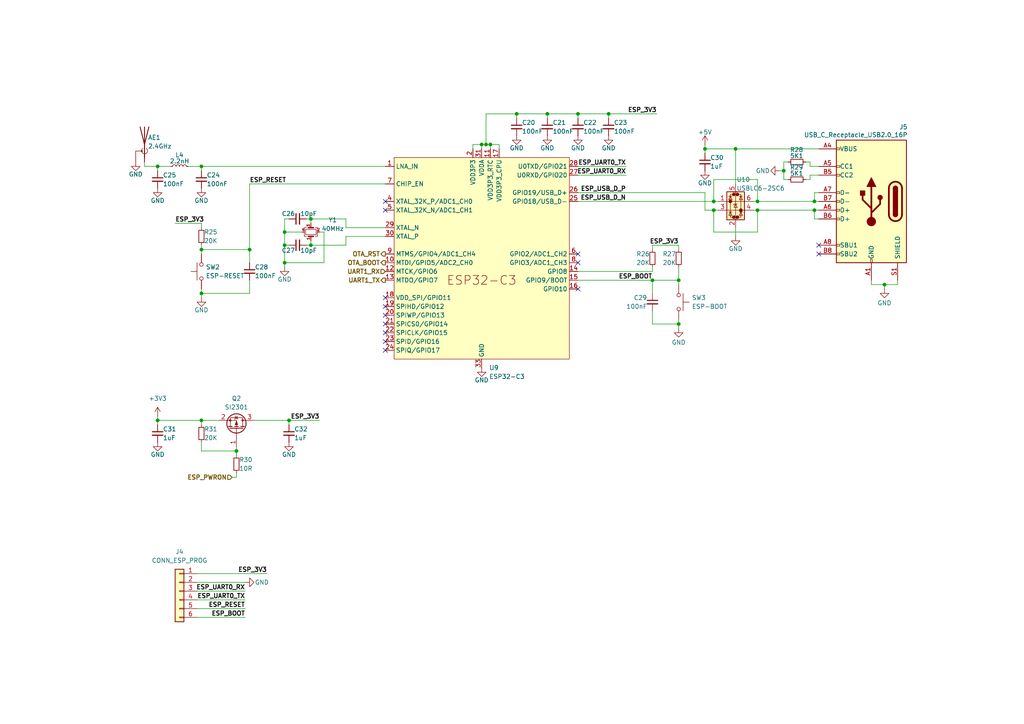
<source format=kicad_sch>
(kicad_sch
	(version 20231120)
	(generator "eeschema")
	(generator_version "8.0")
	(uuid "156c0ef5-f295-4eb9-bb83-ff97f97d0416")
	(paper "A4")
	(lib_symbols
		(symbol "Connector:USB_C_Receptacle_USB2.0_16P"
			(pin_names
				(offset 1.016)
			)
			(exclude_from_sim no)
			(in_bom yes)
			(on_board yes)
			(property "Reference" "J"
				(at 0 22.225 0)
				(effects
					(font
						(size 1.27 1.27)
					)
				)
			)
			(property "Value" "USB_C_Receptacle_USB2.0_16P"
				(at 0 19.685 0)
				(effects
					(font
						(size 1.27 1.27)
					)
				)
			)
			(property "Footprint" ""
				(at 3.81 0 0)
				(effects
					(font
						(size 1.27 1.27)
					)
					(hide yes)
				)
			)
			(property "Datasheet" "https://www.usb.org/sites/default/files/documents/usb_type-c.zip"
				(at 3.81 0 0)
				(effects
					(font
						(size 1.27 1.27)
					)
					(hide yes)
				)
			)
			(property "Description" "USB 2.0-only 16P Type-C Receptacle connector"
				(at 0 0 0)
				(effects
					(font
						(size 1.27 1.27)
					)
					(hide yes)
				)
			)
			(property "ki_keywords" "usb universal serial bus type-C USB2.0"
				(at 0 0 0)
				(effects
					(font
						(size 1.27 1.27)
					)
					(hide yes)
				)
			)
			(property "ki_fp_filters" "USB*C*Receptacle*"
				(at 0 0 0)
				(effects
					(font
						(size 1.27 1.27)
					)
					(hide yes)
				)
			)
			(symbol "USB_C_Receptacle_USB2.0_16P_0_0"
				(rectangle
					(start -0.254 -17.78)
					(end 0.254 -16.764)
					(stroke
						(width 0)
						(type default)
					)
					(fill
						(type none)
					)
				)
				(rectangle
					(start 10.16 -14.986)
					(end 9.144 -15.494)
					(stroke
						(width 0)
						(type default)
					)
					(fill
						(type none)
					)
				)
				(rectangle
					(start 10.16 -12.446)
					(end 9.144 -12.954)
					(stroke
						(width 0)
						(type default)
					)
					(fill
						(type none)
					)
				)
				(rectangle
					(start 10.16 -4.826)
					(end 9.144 -5.334)
					(stroke
						(width 0)
						(type default)
					)
					(fill
						(type none)
					)
				)
				(rectangle
					(start 10.16 -2.286)
					(end 9.144 -2.794)
					(stroke
						(width 0)
						(type default)
					)
					(fill
						(type none)
					)
				)
				(rectangle
					(start 10.16 0.254)
					(end 9.144 -0.254)
					(stroke
						(width 0)
						(type default)
					)
					(fill
						(type none)
					)
				)
				(rectangle
					(start 10.16 2.794)
					(end 9.144 2.286)
					(stroke
						(width 0)
						(type default)
					)
					(fill
						(type none)
					)
				)
				(rectangle
					(start 10.16 7.874)
					(end 9.144 7.366)
					(stroke
						(width 0)
						(type default)
					)
					(fill
						(type none)
					)
				)
				(rectangle
					(start 10.16 10.414)
					(end 9.144 9.906)
					(stroke
						(width 0)
						(type default)
					)
					(fill
						(type none)
					)
				)
				(rectangle
					(start 10.16 15.494)
					(end 9.144 14.986)
					(stroke
						(width 0)
						(type default)
					)
					(fill
						(type none)
					)
				)
			)
			(symbol "USB_C_Receptacle_USB2.0_16P_0_1"
				(rectangle
					(start -10.16 17.78)
					(end 10.16 -17.78)
					(stroke
						(width 0.254)
						(type default)
					)
					(fill
						(type background)
					)
				)
				(arc
					(start -8.89 -3.81)
					(mid -6.985 -5.7067)
					(end -5.08 -3.81)
					(stroke
						(width 0.508)
						(type default)
					)
					(fill
						(type none)
					)
				)
				(arc
					(start -7.62 -3.81)
					(mid -6.985 -4.4423)
					(end -6.35 -3.81)
					(stroke
						(width 0.254)
						(type default)
					)
					(fill
						(type none)
					)
				)
				(arc
					(start -7.62 -3.81)
					(mid -6.985 -4.4423)
					(end -6.35 -3.81)
					(stroke
						(width 0.254)
						(type default)
					)
					(fill
						(type outline)
					)
				)
				(rectangle
					(start -7.62 -3.81)
					(end -6.35 3.81)
					(stroke
						(width 0.254)
						(type default)
					)
					(fill
						(type outline)
					)
				)
				(arc
					(start -6.35 3.81)
					(mid -6.985 4.4423)
					(end -7.62 3.81)
					(stroke
						(width 0.254)
						(type default)
					)
					(fill
						(type none)
					)
				)
				(arc
					(start -6.35 3.81)
					(mid -6.985 4.4423)
					(end -7.62 3.81)
					(stroke
						(width 0.254)
						(type default)
					)
					(fill
						(type outline)
					)
				)
				(arc
					(start -5.08 3.81)
					(mid -6.985 5.7067)
					(end -8.89 3.81)
					(stroke
						(width 0.508)
						(type default)
					)
					(fill
						(type none)
					)
				)
				(circle
					(center -2.54 1.143)
					(radius 0.635)
					(stroke
						(width 0.254)
						(type default)
					)
					(fill
						(type outline)
					)
				)
				(circle
					(center 0 -5.842)
					(radius 1.27)
					(stroke
						(width 0)
						(type default)
					)
					(fill
						(type outline)
					)
				)
				(polyline
					(pts
						(xy -8.89 -3.81) (xy -8.89 3.81)
					)
					(stroke
						(width 0.508)
						(type default)
					)
					(fill
						(type none)
					)
				)
				(polyline
					(pts
						(xy -5.08 3.81) (xy -5.08 -3.81)
					)
					(stroke
						(width 0.508)
						(type default)
					)
					(fill
						(type none)
					)
				)
				(polyline
					(pts
						(xy 0 -5.842) (xy 0 4.318)
					)
					(stroke
						(width 0.508)
						(type default)
					)
					(fill
						(type none)
					)
				)
				(polyline
					(pts
						(xy 0 -3.302) (xy -2.54 -0.762) (xy -2.54 0.508)
					)
					(stroke
						(width 0.508)
						(type default)
					)
					(fill
						(type none)
					)
				)
				(polyline
					(pts
						(xy 0 -2.032) (xy 2.54 0.508) (xy 2.54 1.778)
					)
					(stroke
						(width 0.508)
						(type default)
					)
					(fill
						(type none)
					)
				)
				(polyline
					(pts
						(xy -1.27 4.318) (xy 0 6.858) (xy 1.27 4.318) (xy -1.27 4.318)
					)
					(stroke
						(width 0.254)
						(type default)
					)
					(fill
						(type outline)
					)
				)
				(rectangle
					(start 1.905 1.778)
					(end 3.175 3.048)
					(stroke
						(width 0.254)
						(type default)
					)
					(fill
						(type outline)
					)
				)
			)
			(symbol "USB_C_Receptacle_USB2.0_16P_1_1"
				(pin passive line
					(at 0 -22.86 90)
					(length 5.08)
					(name "GND"
						(effects
							(font
								(size 1.27 1.27)
							)
						)
					)
					(number "A1"
						(effects
							(font
								(size 1.27 1.27)
							)
						)
					)
				)
				(pin passive line
					(at 0 -22.86 90)
					(length 5.08) hide
					(name "GND"
						(effects
							(font
								(size 1.27 1.27)
							)
						)
					)
					(number "A12"
						(effects
							(font
								(size 1.27 1.27)
							)
						)
					)
				)
				(pin passive line
					(at 15.24 15.24 180)
					(length 5.08)
					(name "VBUS"
						(effects
							(font
								(size 1.27 1.27)
							)
						)
					)
					(number "A4"
						(effects
							(font
								(size 1.27 1.27)
							)
						)
					)
				)
				(pin bidirectional line
					(at 15.24 10.16 180)
					(length 5.08)
					(name "CC1"
						(effects
							(font
								(size 1.27 1.27)
							)
						)
					)
					(number "A5"
						(effects
							(font
								(size 1.27 1.27)
							)
						)
					)
				)
				(pin bidirectional line
					(at 15.24 -2.54 180)
					(length 5.08)
					(name "D+"
						(effects
							(font
								(size 1.27 1.27)
							)
						)
					)
					(number "A6"
						(effects
							(font
								(size 1.27 1.27)
							)
						)
					)
				)
				(pin bidirectional line
					(at 15.24 2.54 180)
					(length 5.08)
					(name "D-"
						(effects
							(font
								(size 1.27 1.27)
							)
						)
					)
					(number "A7"
						(effects
							(font
								(size 1.27 1.27)
							)
						)
					)
				)
				(pin bidirectional line
					(at 15.24 -12.7 180)
					(length 5.08)
					(name "SBU1"
						(effects
							(font
								(size 1.27 1.27)
							)
						)
					)
					(number "A8"
						(effects
							(font
								(size 1.27 1.27)
							)
						)
					)
				)
				(pin passive line
					(at 15.24 15.24 180)
					(length 5.08) hide
					(name "VBUS"
						(effects
							(font
								(size 1.27 1.27)
							)
						)
					)
					(number "A9"
						(effects
							(font
								(size 1.27 1.27)
							)
						)
					)
				)
				(pin passive line
					(at 0 -22.86 90)
					(length 5.08) hide
					(name "GND"
						(effects
							(font
								(size 1.27 1.27)
							)
						)
					)
					(number "B1"
						(effects
							(font
								(size 1.27 1.27)
							)
						)
					)
				)
				(pin passive line
					(at 0 -22.86 90)
					(length 5.08) hide
					(name "GND"
						(effects
							(font
								(size 1.27 1.27)
							)
						)
					)
					(number "B12"
						(effects
							(font
								(size 1.27 1.27)
							)
						)
					)
				)
				(pin passive line
					(at 15.24 15.24 180)
					(length 5.08) hide
					(name "VBUS"
						(effects
							(font
								(size 1.27 1.27)
							)
						)
					)
					(number "B4"
						(effects
							(font
								(size 1.27 1.27)
							)
						)
					)
				)
				(pin bidirectional line
					(at 15.24 7.62 180)
					(length 5.08)
					(name "CC2"
						(effects
							(font
								(size 1.27 1.27)
							)
						)
					)
					(number "B5"
						(effects
							(font
								(size 1.27 1.27)
							)
						)
					)
				)
				(pin bidirectional line
					(at 15.24 -5.08 180)
					(length 5.08)
					(name "D+"
						(effects
							(font
								(size 1.27 1.27)
							)
						)
					)
					(number "B6"
						(effects
							(font
								(size 1.27 1.27)
							)
						)
					)
				)
				(pin bidirectional line
					(at 15.24 0 180)
					(length 5.08)
					(name "D-"
						(effects
							(font
								(size 1.27 1.27)
							)
						)
					)
					(number "B7"
						(effects
							(font
								(size 1.27 1.27)
							)
						)
					)
				)
				(pin bidirectional line
					(at 15.24 -15.24 180)
					(length 5.08)
					(name "SBU2"
						(effects
							(font
								(size 1.27 1.27)
							)
						)
					)
					(number "B8"
						(effects
							(font
								(size 1.27 1.27)
							)
						)
					)
				)
				(pin passive line
					(at 15.24 15.24 180)
					(length 5.08) hide
					(name "VBUS"
						(effects
							(font
								(size 1.27 1.27)
							)
						)
					)
					(number "B9"
						(effects
							(font
								(size 1.27 1.27)
							)
						)
					)
				)
				(pin passive line
					(at -7.62 -22.86 90)
					(length 5.08)
					(name "SHIELD"
						(effects
							(font
								(size 1.27 1.27)
							)
						)
					)
					(number "S1"
						(effects
							(font
								(size 1.27 1.27)
							)
						)
					)
				)
			)
		)
		(symbol "Connector_Generic:Conn_01x06"
			(pin_names
				(offset 1.016) hide)
			(exclude_from_sim no)
			(in_bom yes)
			(on_board yes)
			(property "Reference" "J"
				(at 0 7.62 0)
				(effects
					(font
						(size 1.27 1.27)
					)
				)
			)
			(property "Value" "Conn_01x06"
				(at 0 -10.16 0)
				(effects
					(font
						(size 1.27 1.27)
					)
				)
			)
			(property "Footprint" ""
				(at 0 0 0)
				(effects
					(font
						(size 1.27 1.27)
					)
					(hide yes)
				)
			)
			(property "Datasheet" "~"
				(at 0 0 0)
				(effects
					(font
						(size 1.27 1.27)
					)
					(hide yes)
				)
			)
			(property "Description" "Generic connector, single row, 01x06, script generated (kicad-library-utils/schlib/autogen/connector/)"
				(at 0 0 0)
				(effects
					(font
						(size 1.27 1.27)
					)
					(hide yes)
				)
			)
			(property "ki_keywords" "connector"
				(at 0 0 0)
				(effects
					(font
						(size 1.27 1.27)
					)
					(hide yes)
				)
			)
			(property "ki_fp_filters" "Connector*:*_1x??_*"
				(at 0 0 0)
				(effects
					(font
						(size 1.27 1.27)
					)
					(hide yes)
				)
			)
			(symbol "Conn_01x06_1_1"
				(rectangle
					(start -1.27 -7.493)
					(end 0 -7.747)
					(stroke
						(width 0.1524)
						(type default)
					)
					(fill
						(type none)
					)
				)
				(rectangle
					(start -1.27 -4.953)
					(end 0 -5.207)
					(stroke
						(width 0.1524)
						(type default)
					)
					(fill
						(type none)
					)
				)
				(rectangle
					(start -1.27 -2.413)
					(end 0 -2.667)
					(stroke
						(width 0.1524)
						(type default)
					)
					(fill
						(type none)
					)
				)
				(rectangle
					(start -1.27 0.127)
					(end 0 -0.127)
					(stroke
						(width 0.1524)
						(type default)
					)
					(fill
						(type none)
					)
				)
				(rectangle
					(start -1.27 2.667)
					(end 0 2.413)
					(stroke
						(width 0.1524)
						(type default)
					)
					(fill
						(type none)
					)
				)
				(rectangle
					(start -1.27 5.207)
					(end 0 4.953)
					(stroke
						(width 0.1524)
						(type default)
					)
					(fill
						(type none)
					)
				)
				(rectangle
					(start -1.27 6.35)
					(end 1.27 -8.89)
					(stroke
						(width 0.254)
						(type default)
					)
					(fill
						(type background)
					)
				)
				(pin passive line
					(at -5.08 5.08 0)
					(length 3.81)
					(name "Pin_1"
						(effects
							(font
								(size 1.27 1.27)
							)
						)
					)
					(number "1"
						(effects
							(font
								(size 1.27 1.27)
							)
						)
					)
				)
				(pin passive line
					(at -5.08 2.54 0)
					(length 3.81)
					(name "Pin_2"
						(effects
							(font
								(size 1.27 1.27)
							)
						)
					)
					(number "2"
						(effects
							(font
								(size 1.27 1.27)
							)
						)
					)
				)
				(pin passive line
					(at -5.08 0 0)
					(length 3.81)
					(name "Pin_3"
						(effects
							(font
								(size 1.27 1.27)
							)
						)
					)
					(number "3"
						(effects
							(font
								(size 1.27 1.27)
							)
						)
					)
				)
				(pin passive line
					(at -5.08 -2.54 0)
					(length 3.81)
					(name "Pin_4"
						(effects
							(font
								(size 1.27 1.27)
							)
						)
					)
					(number "4"
						(effects
							(font
								(size 1.27 1.27)
							)
						)
					)
				)
				(pin passive line
					(at -5.08 -5.08 0)
					(length 3.81)
					(name "Pin_5"
						(effects
							(font
								(size 1.27 1.27)
							)
						)
					)
					(number "5"
						(effects
							(font
								(size 1.27 1.27)
							)
						)
					)
				)
				(pin passive line
					(at -5.08 -7.62 0)
					(length 3.81)
					(name "Pin_6"
						(effects
							(font
								(size 1.27 1.27)
							)
						)
					)
					(number "6"
						(effects
							(font
								(size 1.27 1.27)
							)
						)
					)
				)
			)
		)
		(symbol "Device:Antenna_Shield"
			(pin_numbers hide)
			(pin_names
				(offset 1.016) hide)
			(exclude_from_sim no)
			(in_bom yes)
			(on_board yes)
			(property "Reference" "AE"
				(at -1.905 4.445 0)
				(effects
					(font
						(size 1.27 1.27)
					)
					(justify right)
				)
			)
			(property "Value" "Antenna_Shield"
				(at -1.905 2.54 0)
				(effects
					(font
						(size 1.27 1.27)
					)
					(justify right)
				)
			)
			(property "Footprint" ""
				(at 0 2.54 0)
				(effects
					(font
						(size 1.27 1.27)
					)
					(hide yes)
				)
			)
			(property "Datasheet" "~"
				(at 0 2.54 0)
				(effects
					(font
						(size 1.27 1.27)
					)
					(hide yes)
				)
			)
			(property "Description" "Antenna with extra pin for shielding"
				(at 0 0 0)
				(effects
					(font
						(size 1.27 1.27)
					)
					(hide yes)
				)
			)
			(property "ki_keywords" "antenna"
				(at 0 0 0)
				(effects
					(font
						(size 1.27 1.27)
					)
					(hide yes)
				)
			)
			(symbol "Antenna_Shield_0_1"
				(arc
					(start -0.508 -1.143)
					(mid -0.8429 -2.1194)
					(end 0 -2.667)
					(stroke
						(width 0)
						(type default)
					)
					(fill
						(type none)
					)
				)
				(arc
					(start 0 -2.667)
					(mid 0.7989 -2.1052)
					(end 0.508 -1.143)
					(stroke
						(width 0)
						(type default)
					)
					(fill
						(type none)
					)
				)
				(polyline
					(pts
						(xy 0 -2.54) (xy 0 0)
					)
					(stroke
						(width 0)
						(type default)
					)
					(fill
						(type none)
					)
				)
				(polyline
					(pts
						(xy 0 5.08) (xy 0 -3.81)
					)
					(stroke
						(width 0.254)
						(type default)
					)
					(fill
						(type none)
					)
				)
				(polyline
					(pts
						(xy 0.762 -1.905) (xy 2.54 -1.905)
					)
					(stroke
						(width 0)
						(type default)
					)
					(fill
						(type none)
					)
				)
				(polyline
					(pts
						(xy 2.54 -2.54) (xy 2.54 -1.905)
					)
					(stroke
						(width 0)
						(type default)
					)
					(fill
						(type none)
					)
				)
				(polyline
					(pts
						(xy 1.27 5.08) (xy 0 0) (xy -1.27 5.08)
					)
					(stroke
						(width 0.254)
						(type default)
					)
					(fill
						(type none)
					)
				)
				(circle
					(center 0.762 -1.905)
					(radius 0.1778)
					(stroke
						(width 0)
						(type default)
					)
					(fill
						(type outline)
					)
				)
			)
			(symbol "Antenna_Shield_1_1"
				(pin input line
					(at 0 -5.08 90)
					(length 2.54)
					(name "A"
						(effects
							(font
								(size 1.27 1.27)
							)
						)
					)
					(number "1"
						(effects
							(font
								(size 1.27 1.27)
							)
						)
					)
				)
				(pin input line
					(at 2.54 -5.08 90)
					(length 2.54)
					(name "Shield"
						(effects
							(font
								(size 1.27 1.27)
							)
						)
					)
					(number "2"
						(effects
							(font
								(size 1.27 1.27)
							)
						)
					)
				)
			)
		)
		(symbol "Device:C_Small"
			(pin_numbers hide)
			(pin_names
				(offset 0.254) hide)
			(exclude_from_sim no)
			(in_bom yes)
			(on_board yes)
			(property "Reference" "C"
				(at 0.254 1.778 0)
				(effects
					(font
						(size 1.27 1.27)
					)
					(justify left)
				)
			)
			(property "Value" "C_Small"
				(at 0.254 -2.032 0)
				(effects
					(font
						(size 1.27 1.27)
					)
					(justify left)
				)
			)
			(property "Footprint" ""
				(at 0 0 0)
				(effects
					(font
						(size 1.27 1.27)
					)
					(hide yes)
				)
			)
			(property "Datasheet" "~"
				(at 0 0 0)
				(effects
					(font
						(size 1.27 1.27)
					)
					(hide yes)
				)
			)
			(property "Description" "Unpolarized capacitor, small symbol"
				(at 0 0 0)
				(effects
					(font
						(size 1.27 1.27)
					)
					(hide yes)
				)
			)
			(property "ki_keywords" "capacitor cap"
				(at 0 0 0)
				(effects
					(font
						(size 1.27 1.27)
					)
					(hide yes)
				)
			)
			(property "ki_fp_filters" "C_*"
				(at 0 0 0)
				(effects
					(font
						(size 1.27 1.27)
					)
					(hide yes)
				)
			)
			(symbol "C_Small_0_1"
				(polyline
					(pts
						(xy -1.524 -0.508) (xy 1.524 -0.508)
					)
					(stroke
						(width 0.3302)
						(type default)
					)
					(fill
						(type none)
					)
				)
				(polyline
					(pts
						(xy -1.524 0.508) (xy 1.524 0.508)
					)
					(stroke
						(width 0.3048)
						(type default)
					)
					(fill
						(type none)
					)
				)
			)
			(symbol "C_Small_1_1"
				(pin passive line
					(at 0 2.54 270)
					(length 2.032)
					(name "~"
						(effects
							(font
								(size 1.27 1.27)
							)
						)
					)
					(number "1"
						(effects
							(font
								(size 1.27 1.27)
							)
						)
					)
				)
				(pin passive line
					(at 0 -2.54 90)
					(length 2.032)
					(name "~"
						(effects
							(font
								(size 1.27 1.27)
							)
						)
					)
					(number "2"
						(effects
							(font
								(size 1.27 1.27)
							)
						)
					)
				)
			)
		)
		(symbol "Device:Crystal_GND24_Small"
			(pin_names
				(offset 1.016) hide)
			(exclude_from_sim no)
			(in_bom yes)
			(on_board yes)
			(property "Reference" "Y"
				(at 1.27 4.445 0)
				(effects
					(font
						(size 1.27 1.27)
					)
					(justify left)
				)
			)
			(property "Value" "Crystal_GND24_Small"
				(at 1.27 2.54 0)
				(effects
					(font
						(size 1.27 1.27)
					)
					(justify left)
				)
			)
			(property "Footprint" ""
				(at 0 0 0)
				(effects
					(font
						(size 1.27 1.27)
					)
					(hide yes)
				)
			)
			(property "Datasheet" "~"
				(at 0 0 0)
				(effects
					(font
						(size 1.27 1.27)
					)
					(hide yes)
				)
			)
			(property "Description" "Four pin crystal, GND on pins 2 and 4, small symbol"
				(at 0 0 0)
				(effects
					(font
						(size 1.27 1.27)
					)
					(hide yes)
				)
			)
			(property "ki_keywords" "quartz ceramic resonator oscillator"
				(at 0 0 0)
				(effects
					(font
						(size 1.27 1.27)
					)
					(hide yes)
				)
			)
			(property "ki_fp_filters" "Crystal*"
				(at 0 0 0)
				(effects
					(font
						(size 1.27 1.27)
					)
					(hide yes)
				)
			)
			(symbol "Crystal_GND24_Small_0_1"
				(rectangle
					(start -0.762 -1.524)
					(end 0.762 1.524)
					(stroke
						(width 0)
						(type default)
					)
					(fill
						(type none)
					)
				)
				(polyline
					(pts
						(xy -1.27 -0.762) (xy -1.27 0.762)
					)
					(stroke
						(width 0.381)
						(type default)
					)
					(fill
						(type none)
					)
				)
				(polyline
					(pts
						(xy 1.27 -0.762) (xy 1.27 0.762)
					)
					(stroke
						(width 0.381)
						(type default)
					)
					(fill
						(type none)
					)
				)
				(polyline
					(pts
						(xy -1.27 -1.27) (xy -1.27 -1.905) (xy 1.27 -1.905) (xy 1.27 -1.27)
					)
					(stroke
						(width 0)
						(type default)
					)
					(fill
						(type none)
					)
				)
				(polyline
					(pts
						(xy -1.27 1.27) (xy -1.27 1.905) (xy 1.27 1.905) (xy 1.27 1.27)
					)
					(stroke
						(width 0)
						(type default)
					)
					(fill
						(type none)
					)
				)
			)
			(symbol "Crystal_GND24_Small_1_1"
				(pin passive line
					(at -2.54 0 0)
					(length 1.27)
					(name "1"
						(effects
							(font
								(size 1.27 1.27)
							)
						)
					)
					(number "1"
						(effects
							(font
								(size 0.762 0.762)
							)
						)
					)
				)
				(pin passive line
					(at 0 -2.54 90)
					(length 0.635)
					(name "2"
						(effects
							(font
								(size 1.27 1.27)
							)
						)
					)
					(number "2"
						(effects
							(font
								(size 0.762 0.762)
							)
						)
					)
				)
				(pin passive line
					(at 2.54 0 180)
					(length 1.27)
					(name "3"
						(effects
							(font
								(size 1.27 1.27)
							)
						)
					)
					(number "3"
						(effects
							(font
								(size 0.762 0.762)
							)
						)
					)
				)
				(pin passive line
					(at 0 2.54 270)
					(length 0.635)
					(name "4"
						(effects
							(font
								(size 1.27 1.27)
							)
						)
					)
					(number "4"
						(effects
							(font
								(size 0.762 0.762)
							)
						)
					)
				)
			)
		)
		(symbol "Device:L_Small"
			(pin_numbers hide)
			(pin_names
				(offset 0.254) hide)
			(exclude_from_sim no)
			(in_bom yes)
			(on_board yes)
			(property "Reference" "L"
				(at 0.762 1.016 0)
				(effects
					(font
						(size 1.27 1.27)
					)
					(justify left)
				)
			)
			(property "Value" "L_Small"
				(at 0.762 -1.016 0)
				(effects
					(font
						(size 1.27 1.27)
					)
					(justify left)
				)
			)
			(property "Footprint" ""
				(at 0 0 0)
				(effects
					(font
						(size 1.27 1.27)
					)
					(hide yes)
				)
			)
			(property "Datasheet" "~"
				(at 0 0 0)
				(effects
					(font
						(size 1.27 1.27)
					)
					(hide yes)
				)
			)
			(property "Description" "Inductor, small symbol"
				(at 0 0 0)
				(effects
					(font
						(size 1.27 1.27)
					)
					(hide yes)
				)
			)
			(property "ki_keywords" "inductor choke coil reactor magnetic"
				(at 0 0 0)
				(effects
					(font
						(size 1.27 1.27)
					)
					(hide yes)
				)
			)
			(property "ki_fp_filters" "Choke_* *Coil* Inductor_* L_*"
				(at 0 0 0)
				(effects
					(font
						(size 1.27 1.27)
					)
					(hide yes)
				)
			)
			(symbol "L_Small_0_1"
				(arc
					(start 0 -2.032)
					(mid 0.5058 -1.524)
					(end 0 -1.016)
					(stroke
						(width 0)
						(type default)
					)
					(fill
						(type none)
					)
				)
				(arc
					(start 0 -1.016)
					(mid 0.5058 -0.508)
					(end 0 0)
					(stroke
						(width 0)
						(type default)
					)
					(fill
						(type none)
					)
				)
				(arc
					(start 0 0)
					(mid 0.5058 0.508)
					(end 0 1.016)
					(stroke
						(width 0)
						(type default)
					)
					(fill
						(type none)
					)
				)
				(arc
					(start 0 1.016)
					(mid 0.5058 1.524)
					(end 0 2.032)
					(stroke
						(width 0)
						(type default)
					)
					(fill
						(type none)
					)
				)
			)
			(symbol "L_Small_1_1"
				(pin passive line
					(at 0 2.54 270)
					(length 0.508)
					(name "~"
						(effects
							(font
								(size 1.27 1.27)
							)
						)
					)
					(number "1"
						(effects
							(font
								(size 1.27 1.27)
							)
						)
					)
				)
				(pin passive line
					(at 0 -2.54 90)
					(length 0.508)
					(name "~"
						(effects
							(font
								(size 1.27 1.27)
							)
						)
					)
					(number "2"
						(effects
							(font
								(size 1.27 1.27)
							)
						)
					)
				)
			)
		)
		(symbol "Device:R_Small"
			(pin_numbers hide)
			(pin_names
				(offset 0.254) hide)
			(exclude_from_sim no)
			(in_bom yes)
			(on_board yes)
			(property "Reference" "R"
				(at 0.762 0.508 0)
				(effects
					(font
						(size 1.27 1.27)
					)
					(justify left)
				)
			)
			(property "Value" "R_Small"
				(at 0.762 -1.016 0)
				(effects
					(font
						(size 1.27 1.27)
					)
					(justify left)
				)
			)
			(property "Footprint" ""
				(at 0 0 0)
				(effects
					(font
						(size 1.27 1.27)
					)
					(hide yes)
				)
			)
			(property "Datasheet" "~"
				(at 0 0 0)
				(effects
					(font
						(size 1.27 1.27)
					)
					(hide yes)
				)
			)
			(property "Description" "Resistor, small symbol"
				(at 0 0 0)
				(effects
					(font
						(size 1.27 1.27)
					)
					(hide yes)
				)
			)
			(property "ki_keywords" "R resistor"
				(at 0 0 0)
				(effects
					(font
						(size 1.27 1.27)
					)
					(hide yes)
				)
			)
			(property "ki_fp_filters" "R_*"
				(at 0 0 0)
				(effects
					(font
						(size 1.27 1.27)
					)
					(hide yes)
				)
			)
			(symbol "R_Small_0_1"
				(rectangle
					(start -0.762 1.778)
					(end 0.762 -1.778)
					(stroke
						(width 0.2032)
						(type default)
					)
					(fill
						(type none)
					)
				)
			)
			(symbol "R_Small_1_1"
				(pin passive line
					(at 0 2.54 270)
					(length 0.762)
					(name "~"
						(effects
							(font
								(size 1.27 1.27)
							)
						)
					)
					(number "1"
						(effects
							(font
								(size 1.27 1.27)
							)
						)
					)
				)
				(pin passive line
					(at 0 -2.54 90)
					(length 0.762)
					(name "~"
						(effects
							(font
								(size 1.27 1.27)
							)
						)
					)
					(number "2"
						(effects
							(font
								(size 1.27 1.27)
							)
						)
					)
				)
			)
		)
		(symbol "Libraries:ESP32-C3"
			(exclude_from_sim no)
			(in_bom yes)
			(on_board yes)
			(property "Reference" "U"
				(at -25.4 35.56 0)
				(effects
					(font
						(size 1.27 1.27)
					)
					(justify left)
				)
			)
			(property "Value" "ESP32-C3"
				(at -25.4 33.02 0)
				(effects
					(font
						(size 1.27 1.27)
					)
					(justify left)
				)
			)
			(property "Footprint" "Package_DFN_QFN:QFN-32-1EP_5x5mm_P0.5mm_EP3.45x3.45mm"
				(at 0 -38.1 0)
				(effects
					(font
						(size 1.27 1.27)
					)
					(hide yes)
				)
			)
			(property "Datasheet" "https://www.espressif.com/sites/default/files/documentation/esp32-c3_datasheet_en.pdf"
				(at 0 -40.64 0)
				(effects
					(font
						(size 1.27 1.27)
					)
					(hide yes)
				)
			)
			(property "Description" "ESP32-C3 family is an ultra-low-power MCU-based SoC solution that supports 2.4 GHz Wi-Fi and Bluetooth®Low Energy (Bluetooth LE)."
				(at 0 0 0)
				(effects
					(font
						(size 1.27 1.27)
					)
					(hide yes)
				)
			)
			(symbol "ESP32-C3_0_0"
				(text "ESP32-C3"
					(at 0 -5.08 0)
					(effects
						(font
							(size 2.54 2.54)
						)
					)
				)
				(pin bidirectional line
					(at -27.94 27.94 0)
					(length 2.54)
					(name "LNA_IN"
						(effects
							(font
								(size 1.27 1.27)
							)
						)
					)
					(number "1"
						(effects
							(font
								(size 1.27 1.27)
							)
						)
					)
				)
				(pin bidirectional line
					(at -27.94 0 0)
					(length 2.54)
					(name "MTDI/GPIO5/ADC2_CH0"
						(effects
							(font
								(size 1.27 1.27)
							)
						)
					)
					(number "10"
						(effects
							(font
								(size 1.27 1.27)
							)
						)
					)
				)
				(pin power_in line
					(at 2.54 33.02 270)
					(length 2.54)
					(name "VDD3P3_RTC"
						(effects
							(font
								(size 1.27 1.27)
							)
						)
					)
					(number "11"
						(effects
							(font
								(size 1.27 1.27)
							)
						)
					)
				)
				(pin bidirectional line
					(at -27.94 -2.54 0)
					(length 2.54)
					(name "MTCK/GPIO6"
						(effects
							(font
								(size 1.27 1.27)
							)
						)
					)
					(number "12"
						(effects
							(font
								(size 1.27 1.27)
							)
						)
					)
				)
				(pin bidirectional line
					(at -27.94 -5.08 0)
					(length 2.54)
					(name "MTDO/GPIO7"
						(effects
							(font
								(size 1.27 1.27)
							)
						)
					)
					(number "13"
						(effects
							(font
								(size 1.27 1.27)
							)
						)
					)
				)
				(pin bidirectional line
					(at 27.94 -2.54 180)
					(length 2.54)
					(name "GPIO8"
						(effects
							(font
								(size 1.27 1.27)
							)
						)
					)
					(number "14"
						(effects
							(font
								(size 1.27 1.27)
							)
						)
					)
				)
				(pin bidirectional line
					(at 27.94 -5.08 180)
					(length 2.54)
					(name "GPIO9/BOOT"
						(effects
							(font
								(size 1.27 1.27)
							)
						)
					)
					(number "15"
						(effects
							(font
								(size 1.27 1.27)
							)
						)
					)
				)
				(pin bidirectional line
					(at 27.94 -7.62 180)
					(length 2.54)
					(name "GPIO10"
						(effects
							(font
								(size 1.27 1.27)
							)
						)
					)
					(number "16"
						(effects
							(font
								(size 1.27 1.27)
							)
						)
					)
				)
				(pin power_in line
					(at 5.08 33.02 270)
					(length 2.54)
					(name "VDD3P3_CPU"
						(effects
							(font
								(size 1.27 1.27)
							)
						)
					)
					(number "17"
						(effects
							(font
								(size 1.27 1.27)
							)
						)
					)
				)
				(pin bidirectional line
					(at -27.94 -10.16 0)
					(length 2.54)
					(name "VDD_SPI/GPIO11"
						(effects
							(font
								(size 1.27 1.27)
							)
						)
					)
					(number "18"
						(effects
							(font
								(size 1.27 1.27)
							)
						)
					)
				)
				(pin bidirectional line
					(at -27.94 -12.7 0)
					(length 2.54)
					(name "SPIHD/GPIO12"
						(effects
							(font
								(size 1.27 1.27)
							)
						)
					)
					(number "19"
						(effects
							(font
								(size 1.27 1.27)
							)
						)
					)
				)
				(pin power_in line
					(at -2.54 33.02 270)
					(length 2.54)
					(name "VDD3P3"
						(effects
							(font
								(size 1.27 1.27)
							)
						)
					)
					(number "2"
						(effects
							(font
								(size 1.27 1.27)
							)
						)
					)
				)
				(pin bidirectional line
					(at -27.94 -15.24 0)
					(length 2.54)
					(name "SPIWP/GPIO13"
						(effects
							(font
								(size 1.27 1.27)
							)
						)
					)
					(number "20"
						(effects
							(font
								(size 1.27 1.27)
							)
						)
					)
				)
				(pin bidirectional line
					(at -27.94 -17.78 0)
					(length 2.54)
					(name "SPICS0/GPIO14"
						(effects
							(font
								(size 1.27 1.27)
							)
						)
					)
					(number "21"
						(effects
							(font
								(size 1.27 1.27)
							)
						)
					)
				)
				(pin bidirectional line
					(at -27.94 -20.32 0)
					(length 2.54)
					(name "SPICLK/GPIO15"
						(effects
							(font
								(size 1.27 1.27)
							)
						)
					)
					(number "22"
						(effects
							(font
								(size 1.27 1.27)
							)
						)
					)
				)
				(pin bidirectional line
					(at -27.94 -22.86 0)
					(length 2.54)
					(name "SPID/GPIO16"
						(effects
							(font
								(size 1.27 1.27)
							)
						)
					)
					(number "23"
						(effects
							(font
								(size 1.27 1.27)
							)
						)
					)
				)
				(pin bidirectional line
					(at -27.94 -25.4 0)
					(length 2.54)
					(name "SPIQ/GPIO17"
						(effects
							(font
								(size 1.27 1.27)
							)
						)
					)
					(number "24"
						(effects
							(font
								(size 1.27 1.27)
							)
						)
					)
				)
				(pin bidirectional line
					(at 27.94 17.78 180)
					(length 2.54)
					(name "GPIO18/USB_D-"
						(effects
							(font
								(size 1.27 1.27)
							)
						)
					)
					(number "25"
						(effects
							(font
								(size 1.27 1.27)
							)
						)
					)
				)
				(pin bidirectional line
					(at 27.94 20.32 180)
					(length 2.54)
					(name "GPIO19/USB_D+"
						(effects
							(font
								(size 1.27 1.27)
							)
						)
					)
					(number "26"
						(effects
							(font
								(size 1.27 1.27)
							)
						)
					)
				)
				(pin bidirectional line
					(at 27.94 25.4 180)
					(length 2.54)
					(name "U0RXD/GPIO20"
						(effects
							(font
								(size 1.27 1.27)
							)
						)
					)
					(number "27"
						(effects
							(font
								(size 1.27 1.27)
							)
						)
					)
				)
				(pin bidirectional line
					(at 27.94 27.94 180)
					(length 2.54)
					(name "U0TXD/GPIO21"
						(effects
							(font
								(size 1.27 1.27)
							)
						)
					)
					(number "28"
						(effects
							(font
								(size 1.27 1.27)
							)
						)
					)
				)
				(pin output line
					(at -27.94 10.16 0)
					(length 2.54)
					(name "XTAL_N"
						(effects
							(font
								(size 1.27 1.27)
							)
						)
					)
					(number "29"
						(effects
							(font
								(size 1.27 1.27)
							)
						)
					)
				)
				(pin input line
					(at -27.94 7.62 0)
					(length 2.54)
					(name "XTAL_P"
						(effects
							(font
								(size 1.27 1.27)
							)
						)
					)
					(number "30"
						(effects
							(font
								(size 1.27 1.27)
							)
						)
					)
				)
				(pin power_in line
					(at 0 33.02 270)
					(length 2.54)
					(name "VDDA"
						(effects
							(font
								(size 1.27 1.27)
							)
						)
					)
					(number "31"
						(effects
							(font
								(size 1.27 1.27)
							)
						)
					)
				)
				(pin power_in line
					(at 0 -30.48 90)
					(length 2.54)
					(name "GND"
						(effects
							(font
								(size 1.27 1.27)
							)
						)
					)
					(number "33"
						(effects
							(font
								(size 1.27 1.27)
							)
						)
					)
				)
				(pin output line
					(at -27.94 17.78 0)
					(length 2.54)
					(name "XTAL_32K_P/ADC1_CH0"
						(effects
							(font
								(size 1.27 1.27)
							)
						)
					)
					(number "4"
						(effects
							(font
								(size 1.27 1.27)
							)
						)
					)
				)
				(pin input line
					(at -27.94 15.24 0)
					(length 2.54)
					(name "XTAL_32K_N/ADC1_CH1"
						(effects
							(font
								(size 1.27 1.27)
							)
						)
					)
					(number "5"
						(effects
							(font
								(size 1.27 1.27)
							)
						)
					)
				)
				(pin bidirectional line
					(at 27.94 2.54 180)
					(length 2.54)
					(name "GPIO2/ADC1_CH2"
						(effects
							(font
								(size 1.27 1.27)
							)
						)
					)
					(number "6"
						(effects
							(font
								(size 1.27 1.27)
							)
						)
					)
				)
				(pin input line
					(at -27.94 22.86 0)
					(length 2.54)
					(name "CHIP_EN"
						(effects
							(font
								(size 1.27 1.27)
							)
						)
					)
					(number "7"
						(effects
							(font
								(size 1.27 1.27)
							)
						)
					)
				)
				(pin bidirectional line
					(at 27.94 0 180)
					(length 2.54)
					(name "GPIO3/ADC1_CH3"
						(effects
							(font
								(size 1.27 1.27)
							)
						)
					)
					(number "8"
						(effects
							(font
								(size 1.27 1.27)
							)
						)
					)
				)
				(pin bidirectional line
					(at -27.94 2.54 0)
					(length 2.54)
					(name "MTMS/GPIO4/ADC1_CH4"
						(effects
							(font
								(size 1.27 1.27)
							)
						)
					)
					(number "9"
						(effects
							(font
								(size 1.27 1.27)
							)
						)
					)
				)
			)
			(symbol "ESP32-C3_0_1"
				(rectangle
					(start -25.4 30.48)
					(end 25.4 -27.94)
					(stroke
						(width 0)
						(type default)
					)
					(fill
						(type background)
					)
				)
				(pin passive line
					(at -2.54 33.02 270)
					(length 2.54) hide
					(name "VDD3P3"
						(effects
							(font
								(size 1.27 1.27)
							)
						)
					)
					(number "3"
						(effects
							(font
								(size 1.27 1.27)
							)
						)
					)
				)
				(pin passive line
					(at 0 33.02 270)
					(length 2.54) hide
					(name "VDDA"
						(effects
							(font
								(size 1.27 1.27)
							)
						)
					)
					(number "32"
						(effects
							(font
								(size 1.27 1.27)
							)
						)
					)
				)
			)
		)
		(symbol "Power_Protection:USBLC6-2SC6"
			(pin_names hide)
			(exclude_from_sim no)
			(in_bom yes)
			(on_board yes)
			(property "Reference" "U"
				(at 0.635 5.715 0)
				(effects
					(font
						(size 1.27 1.27)
					)
					(justify left)
				)
			)
			(property "Value" "USBLC6-2SC6"
				(at 0.635 3.81 0)
				(effects
					(font
						(size 1.27 1.27)
					)
					(justify left)
				)
			)
			(property "Footprint" "Package_TO_SOT_SMD:SOT-23-6"
				(at 1.27 -6.35 0)
				(effects
					(font
						(size 1.27 1.27)
						(italic yes)
					)
					(justify left)
					(hide yes)
				)
			)
			(property "Datasheet" "https://www.st.com/resource/en/datasheet/usblc6-2.pdf"
				(at 1.27 -8.255 0)
				(effects
					(font
						(size 1.27 1.27)
					)
					(justify left)
					(hide yes)
				)
			)
			(property "Description" "Very low capacitance ESD protection diode, 2 data-line, SOT-23-6"
				(at 0 0 0)
				(effects
					(font
						(size 1.27 1.27)
					)
					(hide yes)
				)
			)
			(property "ki_keywords" "usb ethernet video"
				(at 0 0 0)
				(effects
					(font
						(size 1.27 1.27)
					)
					(hide yes)
				)
			)
			(property "ki_fp_filters" "SOT?23*"
				(at 0 0 0)
				(effects
					(font
						(size 1.27 1.27)
					)
					(hide yes)
				)
			)
			(symbol "USBLC6-2SC6_0_0"
				(circle
					(center -1.524 0)
					(radius 0.0001)
					(stroke
						(width 0.508)
						(type default)
					)
					(fill
						(type none)
					)
				)
				(circle
					(center -0.508 -4.572)
					(radius 0.0001)
					(stroke
						(width 0.508)
						(type default)
					)
					(fill
						(type none)
					)
				)
				(circle
					(center -0.508 2.032)
					(radius 0.0001)
					(stroke
						(width 0.508)
						(type default)
					)
					(fill
						(type none)
					)
				)
				(circle
					(center 0.508 -4.572)
					(radius 0.0001)
					(stroke
						(width 0.508)
						(type default)
					)
					(fill
						(type none)
					)
				)
				(circle
					(center 0.508 2.032)
					(radius 0.0001)
					(stroke
						(width 0.508)
						(type default)
					)
					(fill
						(type none)
					)
				)
				(circle
					(center 1.524 -2.54)
					(radius 0.0001)
					(stroke
						(width 0.508)
						(type default)
					)
					(fill
						(type none)
					)
				)
			)
			(symbol "USBLC6-2SC6_0_1"
				(polyline
					(pts
						(xy -2.54 -2.54) (xy 2.54 -2.54)
					)
					(stroke
						(width 0)
						(type default)
					)
					(fill
						(type none)
					)
				)
				(polyline
					(pts
						(xy -2.54 0) (xy 2.54 0)
					)
					(stroke
						(width 0)
						(type default)
					)
					(fill
						(type none)
					)
				)
				(polyline
					(pts
						(xy -2.032 -3.048) (xy -1.016 -3.048)
					)
					(stroke
						(width 0)
						(type default)
					)
					(fill
						(type none)
					)
				)
				(polyline
					(pts
						(xy -1.016 1.524) (xy -2.032 1.524)
					)
					(stroke
						(width 0)
						(type default)
					)
					(fill
						(type none)
					)
				)
				(polyline
					(pts
						(xy 1.016 -3.048) (xy 2.032 -3.048)
					)
					(stroke
						(width 0)
						(type default)
					)
					(fill
						(type none)
					)
				)
				(polyline
					(pts
						(xy 1.016 1.524) (xy 2.032 1.524)
					)
					(stroke
						(width 0)
						(type default)
					)
					(fill
						(type none)
					)
				)
				(polyline
					(pts
						(xy -0.508 -1.143) (xy -0.508 -0.762) (xy 0.508 -0.762)
					)
					(stroke
						(width 0)
						(type default)
					)
					(fill
						(type none)
					)
				)
				(polyline
					(pts
						(xy -2.032 0.508) (xy -1.016 0.508) (xy -1.524 1.524) (xy -2.032 0.508)
					)
					(stroke
						(width 0)
						(type default)
					)
					(fill
						(type none)
					)
				)
				(polyline
					(pts
						(xy -1.016 -4.064) (xy -2.032 -4.064) (xy -1.524 -3.048) (xy -1.016 -4.064)
					)
					(stroke
						(width 0)
						(type default)
					)
					(fill
						(type none)
					)
				)
				(polyline
					(pts
						(xy 0.508 -1.778) (xy -0.508 -1.778) (xy 0 -0.762) (xy 0.508 -1.778)
					)
					(stroke
						(width 0)
						(type default)
					)
					(fill
						(type none)
					)
				)
				(polyline
					(pts
						(xy 2.032 -4.064) (xy 1.016 -4.064) (xy 1.524 -3.048) (xy 2.032 -4.064)
					)
					(stroke
						(width 0)
						(type default)
					)
					(fill
						(type none)
					)
				)
				(polyline
					(pts
						(xy 2.032 0.508) (xy 1.016 0.508) (xy 1.524 1.524) (xy 2.032 0.508)
					)
					(stroke
						(width 0)
						(type default)
					)
					(fill
						(type none)
					)
				)
				(polyline
					(pts
						(xy 0 2.54) (xy -0.508 2.032) (xy 0.508 2.032) (xy 0 1.524) (xy 0 -4.064) (xy -0.508 -4.572) (xy 0.508 -4.572)
						(xy 0 -5.08)
					)
					(stroke
						(width 0)
						(type default)
					)
					(fill
						(type none)
					)
				)
			)
			(symbol "USBLC6-2SC6_1_1"
				(rectangle
					(start -2.54 2.794)
					(end 2.54 -5.334)
					(stroke
						(width 0.254)
						(type default)
					)
					(fill
						(type background)
					)
				)
				(polyline
					(pts
						(xy -0.508 2.032) (xy -1.524 2.032) (xy -1.524 -4.572) (xy -0.508 -4.572)
					)
					(stroke
						(width 0)
						(type default)
					)
					(fill
						(type none)
					)
				)
				(polyline
					(pts
						(xy 0.508 -4.572) (xy 1.524 -4.572) (xy 1.524 2.032) (xy 0.508 2.032)
					)
					(stroke
						(width 0)
						(type default)
					)
					(fill
						(type none)
					)
				)
				(pin passive line
					(at -5.08 0 0)
					(length 2.54)
					(name "I/O1"
						(effects
							(font
								(size 1.27 1.27)
							)
						)
					)
					(number "1"
						(effects
							(font
								(size 1.27 1.27)
							)
						)
					)
				)
				(pin passive line
					(at 0 -7.62 90)
					(length 2.54)
					(name "GND"
						(effects
							(font
								(size 1.27 1.27)
							)
						)
					)
					(number "2"
						(effects
							(font
								(size 1.27 1.27)
							)
						)
					)
				)
				(pin passive line
					(at -5.08 -2.54 0)
					(length 2.54)
					(name "I/O2"
						(effects
							(font
								(size 1.27 1.27)
							)
						)
					)
					(number "3"
						(effects
							(font
								(size 1.27 1.27)
							)
						)
					)
				)
				(pin passive line
					(at 5.08 -2.54 180)
					(length 2.54)
					(name "I/O2"
						(effects
							(font
								(size 1.27 1.27)
							)
						)
					)
					(number "4"
						(effects
							(font
								(size 1.27 1.27)
							)
						)
					)
				)
				(pin passive line
					(at 0 5.08 270)
					(length 2.54)
					(name "VBUS"
						(effects
							(font
								(size 1.27 1.27)
							)
						)
					)
					(number "5"
						(effects
							(font
								(size 1.27 1.27)
							)
						)
					)
				)
				(pin passive line
					(at 5.08 0 180)
					(length 2.54)
					(name "I/O1"
						(effects
							(font
								(size 1.27 1.27)
							)
						)
					)
					(number "6"
						(effects
							(font
								(size 1.27 1.27)
							)
						)
					)
				)
			)
		)
		(symbol "Switch:SW_Push"
			(pin_numbers hide)
			(pin_names
				(offset 1.016) hide)
			(exclude_from_sim no)
			(in_bom yes)
			(on_board yes)
			(property "Reference" "SW"
				(at 1.27 2.54 0)
				(effects
					(font
						(size 1.27 1.27)
					)
					(justify left)
				)
			)
			(property "Value" "SW_Push"
				(at 0 -1.524 0)
				(effects
					(font
						(size 1.27 1.27)
					)
				)
			)
			(property "Footprint" ""
				(at 0 5.08 0)
				(effects
					(font
						(size 1.27 1.27)
					)
					(hide yes)
				)
			)
			(property "Datasheet" "~"
				(at 0 5.08 0)
				(effects
					(font
						(size 1.27 1.27)
					)
					(hide yes)
				)
			)
			(property "Description" "Push button switch, generic, two pins"
				(at 0 0 0)
				(effects
					(font
						(size 1.27 1.27)
					)
					(hide yes)
				)
			)
			(property "ki_keywords" "switch normally-open pushbutton push-button"
				(at 0 0 0)
				(effects
					(font
						(size 1.27 1.27)
					)
					(hide yes)
				)
			)
			(symbol "SW_Push_0_1"
				(circle
					(center -2.032 0)
					(radius 0.508)
					(stroke
						(width 0)
						(type default)
					)
					(fill
						(type none)
					)
				)
				(polyline
					(pts
						(xy 0 1.27) (xy 0 3.048)
					)
					(stroke
						(width 0)
						(type default)
					)
					(fill
						(type none)
					)
				)
				(polyline
					(pts
						(xy 2.54 1.27) (xy -2.54 1.27)
					)
					(stroke
						(width 0)
						(type default)
					)
					(fill
						(type none)
					)
				)
				(circle
					(center 2.032 0)
					(radius 0.508)
					(stroke
						(width 0)
						(type default)
					)
					(fill
						(type none)
					)
				)
				(pin passive line
					(at -5.08 0 0)
					(length 2.54)
					(name "1"
						(effects
							(font
								(size 1.27 1.27)
							)
						)
					)
					(number "1"
						(effects
							(font
								(size 1.27 1.27)
							)
						)
					)
				)
				(pin passive line
					(at 5.08 0 180)
					(length 2.54)
					(name "2"
						(effects
							(font
								(size 1.27 1.27)
							)
						)
					)
					(number "2"
						(effects
							(font
								(size 1.27 1.27)
							)
						)
					)
				)
			)
		)
		(symbol "Transistor_FET:AO3401A"
			(pin_names hide)
			(exclude_from_sim no)
			(in_bom yes)
			(on_board yes)
			(property "Reference" "Q"
				(at 5.08 1.905 0)
				(effects
					(font
						(size 1.27 1.27)
					)
					(justify left)
				)
			)
			(property "Value" "AO3401A"
				(at 5.08 0 0)
				(effects
					(font
						(size 1.27 1.27)
					)
					(justify left)
				)
			)
			(property "Footprint" "Package_TO_SOT_SMD:SOT-23"
				(at 5.08 -1.905 0)
				(effects
					(font
						(size 1.27 1.27)
						(italic yes)
					)
					(justify left)
					(hide yes)
				)
			)
			(property "Datasheet" "http://www.aosmd.com/pdfs/datasheet/AO3401A.pdf"
				(at 5.08 -3.81 0)
				(effects
					(font
						(size 1.27 1.27)
					)
					(justify left)
					(hide yes)
				)
			)
			(property "Description" "-4.0A Id, -30V Vds, P-Channel MOSFET, SOT-23"
				(at 0 0 0)
				(effects
					(font
						(size 1.27 1.27)
					)
					(hide yes)
				)
			)
			(property "ki_keywords" "P-Channel MOSFET"
				(at 0 0 0)
				(effects
					(font
						(size 1.27 1.27)
					)
					(hide yes)
				)
			)
			(property "ki_fp_filters" "SOT?23*"
				(at 0 0 0)
				(effects
					(font
						(size 1.27 1.27)
					)
					(hide yes)
				)
			)
			(symbol "AO3401A_0_1"
				(polyline
					(pts
						(xy 0.254 0) (xy -2.54 0)
					)
					(stroke
						(width 0)
						(type default)
					)
					(fill
						(type none)
					)
				)
				(polyline
					(pts
						(xy 0.254 1.905) (xy 0.254 -1.905)
					)
					(stroke
						(width 0.254)
						(type default)
					)
					(fill
						(type none)
					)
				)
				(polyline
					(pts
						(xy 0.762 -1.27) (xy 0.762 -2.286)
					)
					(stroke
						(width 0.254)
						(type default)
					)
					(fill
						(type none)
					)
				)
				(polyline
					(pts
						(xy 0.762 0.508) (xy 0.762 -0.508)
					)
					(stroke
						(width 0.254)
						(type default)
					)
					(fill
						(type none)
					)
				)
				(polyline
					(pts
						(xy 0.762 2.286) (xy 0.762 1.27)
					)
					(stroke
						(width 0.254)
						(type default)
					)
					(fill
						(type none)
					)
				)
				(polyline
					(pts
						(xy 2.54 2.54) (xy 2.54 1.778)
					)
					(stroke
						(width 0)
						(type default)
					)
					(fill
						(type none)
					)
				)
				(polyline
					(pts
						(xy 2.54 -2.54) (xy 2.54 0) (xy 0.762 0)
					)
					(stroke
						(width 0)
						(type default)
					)
					(fill
						(type none)
					)
				)
				(polyline
					(pts
						(xy 0.762 1.778) (xy 3.302 1.778) (xy 3.302 -1.778) (xy 0.762 -1.778)
					)
					(stroke
						(width 0)
						(type default)
					)
					(fill
						(type none)
					)
				)
				(polyline
					(pts
						(xy 2.286 0) (xy 1.27 0.381) (xy 1.27 -0.381) (xy 2.286 0)
					)
					(stroke
						(width 0)
						(type default)
					)
					(fill
						(type outline)
					)
				)
				(polyline
					(pts
						(xy 2.794 -0.508) (xy 2.921 -0.381) (xy 3.683 -0.381) (xy 3.81 -0.254)
					)
					(stroke
						(width 0)
						(type default)
					)
					(fill
						(type none)
					)
				)
				(polyline
					(pts
						(xy 3.302 -0.381) (xy 2.921 0.254) (xy 3.683 0.254) (xy 3.302 -0.381)
					)
					(stroke
						(width 0)
						(type default)
					)
					(fill
						(type none)
					)
				)
				(circle
					(center 1.651 0)
					(radius 2.794)
					(stroke
						(width 0.254)
						(type default)
					)
					(fill
						(type none)
					)
				)
				(circle
					(center 2.54 -1.778)
					(radius 0.254)
					(stroke
						(width 0)
						(type default)
					)
					(fill
						(type outline)
					)
				)
				(circle
					(center 2.54 1.778)
					(radius 0.254)
					(stroke
						(width 0)
						(type default)
					)
					(fill
						(type outline)
					)
				)
			)
			(symbol "AO3401A_1_1"
				(pin input line
					(at -5.08 0 0)
					(length 2.54)
					(name "G"
						(effects
							(font
								(size 1.27 1.27)
							)
						)
					)
					(number "1"
						(effects
							(font
								(size 1.27 1.27)
							)
						)
					)
				)
				(pin passive line
					(at 2.54 -5.08 90)
					(length 2.54)
					(name "S"
						(effects
							(font
								(size 1.27 1.27)
							)
						)
					)
					(number "2"
						(effects
							(font
								(size 1.27 1.27)
							)
						)
					)
				)
				(pin passive line
					(at 2.54 5.08 270)
					(length 2.54)
					(name "D"
						(effects
							(font
								(size 1.27 1.27)
							)
						)
					)
					(number "3"
						(effects
							(font
								(size 1.27 1.27)
							)
						)
					)
				)
			)
		)
		(symbol "power:+3V3"
			(power)
			(pin_numbers hide)
			(pin_names
				(offset 0) hide)
			(exclude_from_sim no)
			(in_bom yes)
			(on_board yes)
			(property "Reference" "#PWR"
				(at 0 -3.81 0)
				(effects
					(font
						(size 1.27 1.27)
					)
					(hide yes)
				)
			)
			(property "Value" "+3V3"
				(at 0 3.556 0)
				(effects
					(font
						(size 1.27 1.27)
					)
				)
			)
			(property "Footprint" ""
				(at 0 0 0)
				(effects
					(font
						(size 1.27 1.27)
					)
					(hide yes)
				)
			)
			(property "Datasheet" ""
				(at 0 0 0)
				(effects
					(font
						(size 1.27 1.27)
					)
					(hide yes)
				)
			)
			(property "Description" "Power symbol creates a global label with name \"+3V3\""
				(at 0 0 0)
				(effects
					(font
						(size 1.27 1.27)
					)
					(hide yes)
				)
			)
			(property "ki_keywords" "global power"
				(at 0 0 0)
				(effects
					(font
						(size 1.27 1.27)
					)
					(hide yes)
				)
			)
			(symbol "+3V3_0_1"
				(polyline
					(pts
						(xy -0.762 1.27) (xy 0 2.54)
					)
					(stroke
						(width 0)
						(type default)
					)
					(fill
						(type none)
					)
				)
				(polyline
					(pts
						(xy 0 0) (xy 0 2.54)
					)
					(stroke
						(width 0)
						(type default)
					)
					(fill
						(type none)
					)
				)
				(polyline
					(pts
						(xy 0 2.54) (xy 0.762 1.27)
					)
					(stroke
						(width 0)
						(type default)
					)
					(fill
						(type none)
					)
				)
			)
			(symbol "+3V3_1_1"
				(pin power_in line
					(at 0 0 90)
					(length 0)
					(name "~"
						(effects
							(font
								(size 1.27 1.27)
							)
						)
					)
					(number "1"
						(effects
							(font
								(size 1.27 1.27)
							)
						)
					)
				)
			)
		)
		(symbol "power:+5V"
			(power)
			(pin_numbers hide)
			(pin_names
				(offset 0) hide)
			(exclude_from_sim no)
			(in_bom yes)
			(on_board yes)
			(property "Reference" "#PWR"
				(at 0 -3.81 0)
				(effects
					(font
						(size 1.27 1.27)
					)
					(hide yes)
				)
			)
			(property "Value" "+5V"
				(at 0 3.556 0)
				(effects
					(font
						(size 1.27 1.27)
					)
				)
			)
			(property "Footprint" ""
				(at 0 0 0)
				(effects
					(font
						(size 1.27 1.27)
					)
					(hide yes)
				)
			)
			(property "Datasheet" ""
				(at 0 0 0)
				(effects
					(font
						(size 1.27 1.27)
					)
					(hide yes)
				)
			)
			(property "Description" "Power symbol creates a global label with name \"+5V\""
				(at 0 0 0)
				(effects
					(font
						(size 1.27 1.27)
					)
					(hide yes)
				)
			)
			(property "ki_keywords" "global power"
				(at 0 0 0)
				(effects
					(font
						(size 1.27 1.27)
					)
					(hide yes)
				)
			)
			(symbol "+5V_0_1"
				(polyline
					(pts
						(xy -0.762 1.27) (xy 0 2.54)
					)
					(stroke
						(width 0)
						(type default)
					)
					(fill
						(type none)
					)
				)
				(polyline
					(pts
						(xy 0 0) (xy 0 2.54)
					)
					(stroke
						(width 0)
						(type default)
					)
					(fill
						(type none)
					)
				)
				(polyline
					(pts
						(xy 0 2.54) (xy 0.762 1.27)
					)
					(stroke
						(width 0)
						(type default)
					)
					(fill
						(type none)
					)
				)
			)
			(symbol "+5V_1_1"
				(pin power_in line
					(at 0 0 90)
					(length 0)
					(name "~"
						(effects
							(font
								(size 1.27 1.27)
							)
						)
					)
					(number "1"
						(effects
							(font
								(size 1.27 1.27)
							)
						)
					)
				)
			)
		)
		(symbol "power:GND"
			(power)
			(pin_numbers hide)
			(pin_names
				(offset 0) hide)
			(exclude_from_sim no)
			(in_bom yes)
			(on_board yes)
			(property "Reference" "#PWR"
				(at 0 -6.35 0)
				(effects
					(font
						(size 1.27 1.27)
					)
					(hide yes)
				)
			)
			(property "Value" "GND"
				(at 0 -3.81 0)
				(effects
					(font
						(size 1.27 1.27)
					)
				)
			)
			(property "Footprint" ""
				(at 0 0 0)
				(effects
					(font
						(size 1.27 1.27)
					)
					(hide yes)
				)
			)
			(property "Datasheet" ""
				(at 0 0 0)
				(effects
					(font
						(size 1.27 1.27)
					)
					(hide yes)
				)
			)
			(property "Description" "Power symbol creates a global label with name \"GND\" , ground"
				(at 0 0 0)
				(effects
					(font
						(size 1.27 1.27)
					)
					(hide yes)
				)
			)
			(property "ki_keywords" "global power"
				(at 0 0 0)
				(effects
					(font
						(size 1.27 1.27)
					)
					(hide yes)
				)
			)
			(symbol "GND_0_1"
				(polyline
					(pts
						(xy 0 0) (xy 0 -1.27) (xy 1.27 -1.27) (xy 0 -2.54) (xy -1.27 -1.27) (xy 0 -1.27)
					)
					(stroke
						(width 0)
						(type default)
					)
					(fill
						(type none)
					)
				)
			)
			(symbol "GND_1_1"
				(pin power_in line
					(at 0 0 270)
					(length 0)
					(name "~"
						(effects
							(font
								(size 1.27 1.27)
							)
						)
					)
					(number "1"
						(effects
							(font
								(size 1.27 1.27)
							)
						)
					)
				)
			)
		)
	)
	(junction
		(at 167.64 33.02)
		(diameter 0)
		(color 0 0 0 0)
		(uuid "029dbebb-a8ee-477b-be5d-0c35a109f054")
	)
	(junction
		(at 140.97 41.91)
		(diameter 0)
		(color 0 0 0 0)
		(uuid "04fa029b-7c0e-4938-bf3b-4ccb8bafbdcb")
	)
	(junction
		(at 82.55 71.12)
		(diameter 0)
		(color 0 0 0 0)
		(uuid "0e4b6548-148e-4b81-b3b0-a4c678d5e378")
	)
	(junction
		(at 90.17 71.12)
		(diameter 0)
		(color 0 0 0 0)
		(uuid "11667aac-e301-4bc6-8573-75989bb2e9d3")
	)
	(junction
		(at 213.36 43.18)
		(diameter 0)
		(color 0 0 0 0)
		(uuid "196d6fc3-1552-4826-8b80-b1866c1ab906")
	)
	(junction
		(at 196.85 81.28)
		(diameter 0)
		(color 0 0 0 0)
		(uuid "1ed3289e-af47-4872-b1ad-579d05019980")
	)
	(junction
		(at 149.86 33.02)
		(diameter 0)
		(color 0 0 0 0)
		(uuid "23039215-b585-4e05-bedd-f7c8c488a501")
	)
	(junction
		(at 83.82 121.92)
		(diameter 0)
		(color 0 0 0 0)
		(uuid "2d3af3e0-0966-4ba3-90f9-069d4fd043bd")
	)
	(junction
		(at 82.55 67.31)
		(diameter 0)
		(color 0 0 0 0)
		(uuid "340c5722-574e-4cbc-be1d-ff608742d197")
	)
	(junction
		(at 207.01 60.96)
		(diameter 0)
		(color 0 0 0 0)
		(uuid "3e8ff52d-ddcd-43fd-93cb-71421ced0ac4")
	)
	(junction
		(at 72.39 72.39)
		(diameter 0)
		(color 0 0 0 0)
		(uuid "57671d6b-0cb4-4687-a696-73bcdc61027c")
	)
	(junction
		(at 58.42 85.09)
		(diameter 0)
		(color 0 0 0 0)
		(uuid "5a743b44-0470-476e-b870-105e799474ec")
	)
	(junction
		(at 227.33 49.53)
		(diameter 0)
		(color 0 0 0 0)
		(uuid "5dc8a01f-35f5-42d1-8ff0-3ba8470b5012")
	)
	(junction
		(at 219.71 58.42)
		(diameter 0)
		(color 0 0 0 0)
		(uuid "6f661292-93d4-4891-bbe3-71df9965aa45")
	)
	(junction
		(at 204.47 43.18)
		(diameter 0)
		(color 0 0 0 0)
		(uuid "76ddc8cb-3cc4-46e4-88e0-fcf5dc8da394")
	)
	(junction
		(at 236.22 58.42)
		(diameter 0)
		(color 0 0 0 0)
		(uuid "77244434-d11d-448c-920e-bd1fc6452974")
	)
	(junction
		(at 82.55 76.2)
		(diameter 0)
		(color 0 0 0 0)
		(uuid "98dca09b-85c1-41c8-a27d-21ae125107a1")
	)
	(junction
		(at 236.22 60.96)
		(diameter 0)
		(color 0 0 0 0)
		(uuid "a49f6b10-d390-424a-abf9-8c076665b49c")
	)
	(junction
		(at 189.23 81.28)
		(diameter 0)
		(color 0 0 0 0)
		(uuid "a9f91d6a-6e15-4394-bb34-a61cefb2f7c2")
	)
	(junction
		(at 158.75 33.02)
		(diameter 0)
		(color 0 0 0 0)
		(uuid "b2bb4346-a9f6-48a7-a00b-59488ff58b2a")
	)
	(junction
		(at 219.71 60.96)
		(diameter 0)
		(color 0 0 0 0)
		(uuid "b644dc80-565f-4654-b589-19b7e1796275")
	)
	(junction
		(at 58.42 121.92)
		(diameter 0)
		(color 0 0 0 0)
		(uuid "b7d09742-a61d-46ac-b9ef-8b9625835216")
	)
	(junction
		(at 196.85 93.98)
		(diameter 0)
		(color 0 0 0 0)
		(uuid "bbc82f04-8529-464f-a799-6a6eb17ea13e")
	)
	(junction
		(at 45.72 48.26)
		(diameter 0)
		(color 0 0 0 0)
		(uuid "bd8d7aac-7260-4499-ad67-05c48a6b869a")
	)
	(junction
		(at 58.42 48.26)
		(diameter 0)
		(color 0 0 0 0)
		(uuid "bde8a3f9-4c8a-4884-a3c1-db2dd1192c8d")
	)
	(junction
		(at 176.53 33.02)
		(diameter 0)
		(color 0 0 0 0)
		(uuid "c8429f31-1cb9-4613-bc56-e7a938428b45")
	)
	(junction
		(at 45.72 121.92)
		(diameter 0)
		(color 0 0 0 0)
		(uuid "d71825a7-cf80-46b0-bf22-530eff6848e7")
	)
	(junction
		(at 207.01 58.42)
		(diameter 0)
		(color 0 0 0 0)
		(uuid "d9130e9f-f06f-4d38-a743-be81b04ad788")
	)
	(junction
		(at 58.42 72.39)
		(diameter 0)
		(color 0 0 0 0)
		(uuid "dc358076-2b7f-4601-acd5-33f2d166a8c8")
	)
	(junction
		(at 142.24 41.91)
		(diameter 0)
		(color 0 0 0 0)
		(uuid "ef423793-c7e6-4d24-b02c-64fb0e19e2ee")
	)
	(junction
		(at 68.58 130.81)
		(diameter 0)
		(color 0 0 0 0)
		(uuid "f01bf32e-0b4f-46b1-aa4c-956dcc5bd634")
	)
	(junction
		(at 139.7 41.91)
		(diameter 0)
		(color 0 0 0 0)
		(uuid "fbd6ed6d-17b2-47d8-87e8-a2b433436765")
	)
	(junction
		(at 90.17 63.5)
		(diameter 0)
		(color 0 0 0 0)
		(uuid "fd9bc7e9-baa6-46c0-a3f6-cc54514e7fd3")
	)
	(junction
		(at 256.54 82.55)
		(diameter 0)
		(color 0 0 0 0)
		(uuid "fe80bbb0-d9ce-438a-9457-e3a4988aea6d")
	)
	(no_connect
		(at 167.64 83.82)
		(uuid "17f50283-9061-4891-95f9-0c3c96a55ff6")
	)
	(no_connect
		(at 167.64 76.2)
		(uuid "24cdbdb9-c4d6-43c7-8001-c23951262991")
	)
	(no_connect
		(at 167.64 73.66)
		(uuid "31b716f7-0550-46c6-83f7-62f73a7dd886")
	)
	(no_connect
		(at 111.76 91.44)
		(uuid "3233cb42-e631-47b4-8104-0ea57a29f545")
	)
	(no_connect
		(at 111.76 99.06)
		(uuid "3d95e0b4-98e0-47f4-8943-854bcfb3e97f")
	)
	(no_connect
		(at 111.76 86.36)
		(uuid "3e2f4c70-691c-4806-a9c6-96e7be7839f6")
	)
	(no_connect
		(at 111.76 58.42)
		(uuid "3fa6e65f-8c3f-4b5c-be81-9d8a0b7bbc04")
	)
	(no_connect
		(at 111.76 60.96)
		(uuid "65512d35-09ab-4bed-8c55-ccc29c0c61ff")
	)
	(no_connect
		(at 237.49 73.66)
		(uuid "ae3b7b94-9f92-4a40-9080-8d819c6526cd")
	)
	(no_connect
		(at 237.49 71.12)
		(uuid "af2f1242-90a9-4b70-935d-1237c7ab95db")
	)
	(no_connect
		(at 111.76 88.9)
		(uuid "b5f7e197-ff95-4610-bee0-6012973d9358")
	)
	(no_connect
		(at 111.76 93.98)
		(uuid "d851bf80-894c-4c5e-a883-696ad490a908")
	)
	(no_connect
		(at 111.76 96.52)
		(uuid "f2c2c4e3-9752-46b0-a410-3ae0254e7d77")
	)
	(no_connect
		(at 111.76 101.6)
		(uuid "fe994122-4e0b-4b06-b1ba-6a9739fdb770")
	)
	(wire
		(pts
			(xy 58.42 72.39) (xy 72.39 72.39)
		)
		(stroke
			(width 0)
			(type default)
		)
		(uuid "0138af5c-9227-4af1-ae1c-e3586628391a")
	)
	(wire
		(pts
			(xy 58.42 85.09) (xy 72.39 85.09)
		)
		(stroke
			(width 0)
			(type default)
		)
		(uuid "02f46ca6-6df0-422a-8f81-01044f726aa3")
	)
	(wire
		(pts
			(xy 68.58 130.81) (xy 68.58 129.54)
		)
		(stroke
			(width 0)
			(type default)
		)
		(uuid "0344f7f1-8bdb-4dc0-a8f2-3b9113f22d81")
	)
	(wire
		(pts
			(xy 72.39 53.34) (xy 72.39 72.39)
		)
		(stroke
			(width 0)
			(type default)
		)
		(uuid "035210c8-e06d-4446-8368-61921f8d66ab")
	)
	(wire
		(pts
			(xy 58.42 48.26) (xy 111.76 48.26)
		)
		(stroke
			(width 0)
			(type default)
		)
		(uuid "04033a97-1bf9-40be-b83f-0f27566de735")
	)
	(wire
		(pts
			(xy 207.01 60.96) (xy 207.01 67.31)
		)
		(stroke
			(width 0)
			(type default)
		)
		(uuid "0511166e-479c-4dd4-acab-df1112a80e8d")
	)
	(wire
		(pts
			(xy 93.98 76.2) (xy 82.55 76.2)
		)
		(stroke
			(width 0)
			(type default)
		)
		(uuid "055be6ed-5b0e-499e-830e-4b7bc42e35eb")
	)
	(wire
		(pts
			(xy 227.33 46.99) (xy 228.6 46.99)
		)
		(stroke
			(width 0)
			(type default)
		)
		(uuid "066097a9-5530-49c9-bd59-b8e3bbf85917")
	)
	(wire
		(pts
			(xy 83.82 121.92) (xy 83.82 123.19)
		)
		(stroke
			(width 0)
			(type default)
		)
		(uuid "06ed0f4c-e6e8-40ab-bf7e-055fda0412f5")
	)
	(wire
		(pts
			(xy 218.44 60.96) (xy 219.71 60.96)
		)
		(stroke
			(width 0)
			(type default)
		)
		(uuid "09bf88b9-dd9e-437c-ae31-22ae66bef624")
	)
	(wire
		(pts
			(xy 100.33 66.04) (xy 100.33 63.5)
		)
		(stroke
			(width 0)
			(type default)
		)
		(uuid "0af4ba0d-bd75-497b-9cf9-3c7674f35243")
	)
	(wire
		(pts
			(xy 72.39 81.28) (xy 72.39 85.09)
		)
		(stroke
			(width 0)
			(type default)
		)
		(uuid "0f6941b5-5129-4a70-b2d1-b953b46f7a9f")
	)
	(wire
		(pts
			(xy 58.42 121.92) (xy 58.42 123.19)
		)
		(stroke
			(width 0)
			(type default)
		)
		(uuid "128ef0f4-e8a8-45f9-b410-f4859310d5f5")
	)
	(wire
		(pts
			(xy 252.73 82.55) (xy 256.54 82.55)
		)
		(stroke
			(width 0)
			(type default)
		)
		(uuid "140645ae-8a98-4d40-8d60-b0a766ae5083")
	)
	(wire
		(pts
			(xy 226.06 49.53) (xy 227.33 49.53)
		)
		(stroke
			(width 0)
			(type default)
		)
		(uuid "15765227-3498-4b7d-a4f9-efde75259c04")
	)
	(wire
		(pts
			(xy 189.23 90.17) (xy 189.23 93.98)
		)
		(stroke
			(width 0)
			(type default)
		)
		(uuid "15cbe156-e1e7-4adb-90fb-684e7ad079f1")
	)
	(wire
		(pts
			(xy 204.47 43.18) (xy 204.47 44.45)
		)
		(stroke
			(width 0)
			(type default)
		)
		(uuid "194a81b2-e234-40fb-a7e2-468a0f351361")
	)
	(wire
		(pts
			(xy 204.47 60.96) (xy 207.01 60.96)
		)
		(stroke
			(width 0)
			(type default)
		)
		(uuid "1970bad6-f932-45cd-b2d9-c013e1469a9f")
	)
	(wire
		(pts
			(xy 149.86 33.02) (xy 140.97 33.02)
		)
		(stroke
			(width 0)
			(type default)
		)
		(uuid "19ed289b-5e7c-4efc-aad4-b27b0618f301")
	)
	(wire
		(pts
			(xy 167.64 58.42) (xy 207.01 58.42)
		)
		(stroke
			(width 0)
			(type default)
		)
		(uuid "1abccfaf-0154-43cb-b12e-ea0e66efdefe")
	)
	(wire
		(pts
			(xy 142.24 41.91) (xy 140.97 41.91)
		)
		(stroke
			(width 0)
			(type default)
		)
		(uuid "221802f8-7e0d-4074-8b35-ac2488f07ffc")
	)
	(wire
		(pts
			(xy 213.36 68.58) (xy 213.36 66.04)
		)
		(stroke
			(width 0)
			(type default)
		)
		(uuid "228f5c2a-7631-4da1-932a-304f52b8a767")
	)
	(wire
		(pts
			(xy 71.12 173.99) (xy 57.15 173.99)
		)
		(stroke
			(width 0)
			(type default)
		)
		(uuid "2390f2d9-326f-4fd6-abe1-4b7436dc671a")
	)
	(wire
		(pts
			(xy 144.78 41.91) (xy 142.24 41.91)
		)
		(stroke
			(width 0)
			(type default)
		)
		(uuid "25c5c132-0c94-4832-8185-7a4bc97cc0b1")
	)
	(wire
		(pts
			(xy 82.55 67.31) (xy 82.55 63.5)
		)
		(stroke
			(width 0)
			(type default)
		)
		(uuid "296b3fd9-6393-4f08-aa52-c3b58a3f4968")
	)
	(wire
		(pts
			(xy 82.55 77.47) (xy 82.55 76.2)
		)
		(stroke
			(width 0)
			(type default)
		)
		(uuid "2e9bfa7f-04da-4a56-b553-87cae6554705")
	)
	(wire
		(pts
			(xy 68.58 138.43) (xy 68.58 137.16)
		)
		(stroke
			(width 0)
			(type default)
		)
		(uuid "31ccf9c4-0ee4-492a-8c3d-4c58e9f3a8b2")
	)
	(wire
		(pts
			(xy 82.55 76.2) (xy 82.55 71.12)
		)
		(stroke
			(width 0)
			(type default)
		)
		(uuid "33e11ec9-e3a4-45f3-8486-68b334a3d385")
	)
	(wire
		(pts
			(xy 236.22 63.5) (xy 237.49 63.5)
		)
		(stroke
			(width 0)
			(type default)
		)
		(uuid "34f0b0b0-e502-4033-896f-a82e1e26313e")
	)
	(wire
		(pts
			(xy 58.42 71.12) (xy 58.42 72.39)
		)
		(stroke
			(width 0)
			(type default)
		)
		(uuid "35cd8984-80ca-4eb2-8c99-1e36c7ad7c8a")
	)
	(wire
		(pts
			(xy 50.8 64.77) (xy 58.42 64.77)
		)
		(stroke
			(width 0)
			(type default)
		)
		(uuid "36974676-1e52-428b-a4e8-2590306c9e80")
	)
	(wire
		(pts
			(xy 45.72 121.92) (xy 58.42 121.92)
		)
		(stroke
			(width 0)
			(type default)
		)
		(uuid "394219b2-ad5f-4926-853d-09ce50169f89")
	)
	(wire
		(pts
			(xy 207.01 52.07) (xy 219.71 52.07)
		)
		(stroke
			(width 0)
			(type default)
		)
		(uuid "3a46c77a-0d9e-4530-b5ca-b1c7890362ca")
	)
	(wire
		(pts
			(xy 58.42 73.66) (xy 58.42 72.39)
		)
		(stroke
			(width 0)
			(type default)
		)
		(uuid "3c9c4769-553a-46bf-8534-f346624c94a3")
	)
	(wire
		(pts
			(xy 219.71 60.96) (xy 236.22 60.96)
		)
		(stroke
			(width 0)
			(type default)
		)
		(uuid "3f875011-a779-412a-97a2-a7f31702cdbc")
	)
	(wire
		(pts
			(xy 149.86 33.02) (xy 149.86 34.29)
		)
		(stroke
			(width 0)
			(type default)
		)
		(uuid "3f8fb94b-098c-417b-a696-4dfe1d67e42d")
	)
	(wire
		(pts
			(xy 176.53 34.29) (xy 176.53 33.02)
		)
		(stroke
			(width 0)
			(type default)
		)
		(uuid "416468f6-bf1e-4c5c-aaed-5309ddb760d2")
	)
	(wire
		(pts
			(xy 196.85 71.12) (xy 196.85 72.39)
		)
		(stroke
			(width 0)
			(type default)
		)
		(uuid "436983a9-8ac5-4d3d-ba04-a2f02796611f")
	)
	(wire
		(pts
			(xy 88.9 63.5) (xy 90.17 63.5)
		)
		(stroke
			(width 0)
			(type default)
		)
		(uuid "43fbad0b-47c6-4ca8-9298-348cd56aba63")
	)
	(wire
		(pts
			(xy 189.23 77.47) (xy 189.23 78.74)
		)
		(stroke
			(width 0)
			(type default)
		)
		(uuid "46ec7557-742d-433c-9723-14e1dd47a395")
	)
	(wire
		(pts
			(xy 90.17 63.5) (xy 90.17 64.77)
		)
		(stroke
			(width 0)
			(type default)
		)
		(uuid "491f68a2-6b3c-4165-b1cc-5e75bb1dd0df")
	)
	(wire
		(pts
			(xy 236.22 58.42) (xy 236.22 55.88)
		)
		(stroke
			(width 0)
			(type default)
		)
		(uuid "4a1b2614-bd8b-43e3-b6a9-cddc7cdd46a6")
	)
	(wire
		(pts
			(xy 196.85 82.55) (xy 196.85 81.28)
		)
		(stroke
			(width 0)
			(type default)
		)
		(uuid "4a1ed696-74cf-467c-aba7-4fd79147e689")
	)
	(wire
		(pts
			(xy 236.22 60.96) (xy 236.22 63.5)
		)
		(stroke
			(width 0)
			(type default)
		)
		(uuid "4df19c3a-1d1b-49a7-adca-796ee6dace44")
	)
	(wire
		(pts
			(xy 140.97 41.91) (xy 139.7 41.91)
		)
		(stroke
			(width 0)
			(type default)
		)
		(uuid "4f175c83-2c49-4be0-b76c-baa46c3011d8")
	)
	(wire
		(pts
			(xy 213.36 43.18) (xy 204.47 43.18)
		)
		(stroke
			(width 0)
			(type default)
		)
		(uuid "547f01f3-9b59-4b77-8bee-654e2a94c9fe")
	)
	(wire
		(pts
			(xy 196.85 93.98) (xy 196.85 95.25)
		)
		(stroke
			(width 0)
			(type default)
		)
		(uuid "582c668f-e567-4d8a-98eb-87a7bb8d0806")
	)
	(wire
		(pts
			(xy 196.85 77.47) (xy 196.85 81.28)
		)
		(stroke
			(width 0)
			(type default)
		)
		(uuid "5955ff6c-9087-4224-85b9-0d578c6e3e44")
	)
	(wire
		(pts
			(xy 237.49 43.18) (xy 213.36 43.18)
		)
		(stroke
			(width 0)
			(type default)
		)
		(uuid "5d31c3dd-bbdb-454a-98dc-42e3e4f8926e")
	)
	(wire
		(pts
			(xy 234.95 50.8) (xy 234.95 52.07)
		)
		(stroke
			(width 0)
			(type default)
		)
		(uuid "5dca3a0e-fd9e-46f2-aa97-44263cfc3189")
	)
	(wire
		(pts
			(xy 58.42 128.27) (xy 58.42 130.81)
		)
		(stroke
			(width 0)
			(type default)
		)
		(uuid "5e388be1-68c7-4e5d-a6b7-5bbeb6e3e433")
	)
	(wire
		(pts
			(xy 93.98 67.31) (xy 93.98 76.2)
		)
		(stroke
			(width 0)
			(type default)
		)
		(uuid "60352271-b5ea-4512-b73a-9b56948f054f")
	)
	(wire
		(pts
			(xy 234.95 52.07) (xy 233.68 52.07)
		)
		(stroke
			(width 0)
			(type default)
		)
		(uuid "637a042a-a698-4e7e-9032-89f0f6d54c81")
	)
	(wire
		(pts
			(xy 167.64 48.26) (xy 181.61 48.26)
		)
		(stroke
			(width 0)
			(type default)
		)
		(uuid "6650ab04-c623-4245-b379-1348b1feaaf0")
	)
	(wire
		(pts
			(xy 256.54 82.55) (xy 256.54 83.82)
		)
		(stroke
			(width 0)
			(type default)
		)
		(uuid "666051b9-981e-4854-b030-1340031ef2a9")
	)
	(wire
		(pts
			(xy 82.55 63.5) (xy 83.82 63.5)
		)
		(stroke
			(width 0)
			(type default)
		)
		(uuid "6700e9d5-2f20-4441-ad6e-b43540994051")
	)
	(wire
		(pts
			(xy 92.71 67.31) (xy 93.98 67.31)
		)
		(stroke
			(width 0)
			(type default)
		)
		(uuid "6899c260-07af-46f2-8b49-8316ebe1d075")
	)
	(wire
		(pts
			(xy 189.23 81.28) (xy 189.23 85.09)
		)
		(stroke
			(width 0)
			(type default)
		)
		(uuid "689ac208-8535-4cbc-a848-8da500d88f35")
	)
	(wire
		(pts
			(xy 68.58 130.81) (xy 68.58 132.08)
		)
		(stroke
			(width 0)
			(type default)
		)
		(uuid "696bab34-a6a8-474f-8aac-7f19a75ddf78")
	)
	(wire
		(pts
			(xy 167.64 78.74) (xy 189.23 78.74)
		)
		(stroke
			(width 0)
			(type default)
		)
		(uuid "6a835fa3-099a-493b-ad0b-78e658b815b8")
	)
	(wire
		(pts
			(xy 83.82 121.92) (xy 73.66 121.92)
		)
		(stroke
			(width 0)
			(type default)
		)
		(uuid "6e16f7aa-234c-4083-8a05-0c2a4c72e999")
	)
	(wire
		(pts
			(xy 158.75 33.02) (xy 158.75 34.29)
		)
		(stroke
			(width 0)
			(type default)
		)
		(uuid "6f0b3f29-9af7-40a5-bf75-87264af4c866")
	)
	(wire
		(pts
			(xy 58.42 83.82) (xy 58.42 85.09)
		)
		(stroke
			(width 0)
			(type default)
		)
		(uuid "6f5075af-98e1-4d55-bc77-df535de7483c")
	)
	(wire
		(pts
			(xy 71.12 168.91) (xy 57.15 168.91)
		)
		(stroke
			(width 0)
			(type default)
		)
		(uuid "6fa0a793-0dec-4091-ab04-a3cf2cefa67d")
	)
	(wire
		(pts
			(xy 71.12 176.53) (xy 57.15 176.53)
		)
		(stroke
			(width 0)
			(type default)
		)
		(uuid "7293e742-fdb2-460b-80b8-0ebb45eae52f")
	)
	(wire
		(pts
			(xy 204.47 41.91) (xy 204.47 43.18)
		)
		(stroke
			(width 0)
			(type default)
		)
		(uuid "77ba3380-cb2c-4a41-a948-f8a003604e04")
	)
	(wire
		(pts
			(xy 256.54 82.55) (xy 260.35 82.55)
		)
		(stroke
			(width 0)
			(type default)
		)
		(uuid "77f7a3e9-00e3-42cf-b085-651290d69f2a")
	)
	(wire
		(pts
			(xy 41.91 48.26) (xy 45.72 48.26)
		)
		(stroke
			(width 0)
			(type default)
		)
		(uuid "7861897f-861d-4960-88e1-d226bd95949f")
	)
	(wire
		(pts
			(xy 92.71 121.92) (xy 83.82 121.92)
		)
		(stroke
			(width 0)
			(type default)
		)
		(uuid "78735031-a315-4a7c-92c4-3b0303fd21ac")
	)
	(wire
		(pts
			(xy 88.9 71.12) (xy 90.17 71.12)
		)
		(stroke
			(width 0)
			(type default)
		)
		(uuid "7a495573-250b-4895-a014-1c2de97fed0d")
	)
	(wire
		(pts
			(xy 218.44 58.42) (xy 219.71 58.42)
		)
		(stroke
			(width 0)
			(type default)
		)
		(uuid "7bec4b5d-e462-4c4f-b05f-27821a492ec6")
	)
	(wire
		(pts
			(xy 252.73 81.28) (xy 252.73 82.55)
		)
		(stroke
			(width 0)
			(type default)
		)
		(uuid "7cf1aa54-2cd7-4913-aa10-c0f1e15421db")
	)
	(wire
		(pts
			(xy 58.42 121.92) (xy 63.5 121.92)
		)
		(stroke
			(width 0)
			(type default)
		)
		(uuid "7d0ad917-b5e5-4c0f-80e8-160091f93ed0")
	)
	(wire
		(pts
			(xy 140.97 33.02) (xy 140.97 41.91)
		)
		(stroke
			(width 0)
			(type default)
		)
		(uuid "7dc8d108-4191-4e90-997d-d81d44b64311")
	)
	(wire
		(pts
			(xy 45.72 121.92) (xy 45.72 123.19)
		)
		(stroke
			(width 0)
			(type default)
		)
		(uuid "80242bd6-dc53-40e3-8fed-a98aed212473")
	)
	(wire
		(pts
			(xy 58.42 85.09) (xy 58.42 86.36)
		)
		(stroke
			(width 0)
			(type default)
		)
		(uuid "816b33ab-fb76-4827-9820-2d21a649b18e")
	)
	(wire
		(pts
			(xy 49.53 48.26) (xy 45.72 48.26)
		)
		(stroke
			(width 0)
			(type default)
		)
		(uuid "81b73638-c50a-483f-baf3-8cb5de6dcbb3")
	)
	(wire
		(pts
			(xy 58.42 64.77) (xy 58.42 66.04)
		)
		(stroke
			(width 0)
			(type default)
		)
		(uuid "820dbf9c-330b-4c21-9278-b93a50efb7d6")
	)
	(wire
		(pts
			(xy 167.64 55.88) (xy 204.47 55.88)
		)
		(stroke
			(width 0)
			(type default)
		)
		(uuid "82d5408a-94e7-4175-906d-d66b10e754f5")
	)
	(wire
		(pts
			(xy 219.71 67.31) (xy 219.71 60.96)
		)
		(stroke
			(width 0)
			(type default)
		)
		(uuid "82f805dd-6c09-4d6d-bdf8-257a4b9cd558")
	)
	(wire
		(pts
			(xy 41.91 46.99) (xy 41.91 48.26)
		)
		(stroke
			(width 0)
			(type default)
		)
		(uuid "83edd61d-c096-4518-b9e1-0a64b3698662")
	)
	(wire
		(pts
			(xy 219.71 58.42) (xy 236.22 58.42)
		)
		(stroke
			(width 0)
			(type default)
		)
		(uuid "84da98c4-34d3-49ce-8d36-c2741cac4cee")
	)
	(wire
		(pts
			(xy 100.33 68.58) (xy 100.33 71.12)
		)
		(stroke
			(width 0)
			(type default)
		)
		(uuid "87440f80-f443-4537-a408-8a808f828533")
	)
	(wire
		(pts
			(xy 237.49 58.42) (xy 236.22 58.42)
		)
		(stroke
			(width 0)
			(type default)
		)
		(uuid "890f82fd-829a-49b8-a10b-26425e97cc4d")
	)
	(wire
		(pts
			(xy 45.72 48.26) (xy 45.72 49.53)
		)
		(stroke
			(width 0)
			(type default)
		)
		(uuid "8939ed41-242c-43a6-b4fe-f9db23b65874")
	)
	(wire
		(pts
			(xy 237.49 50.8) (xy 234.95 50.8)
		)
		(stroke
			(width 0)
			(type default)
		)
		(uuid "8a203f07-3a63-44e2-8610-dc4f27583490")
	)
	(wire
		(pts
			(xy 58.42 48.26) (xy 54.61 48.26)
		)
		(stroke
			(width 0)
			(type default)
		)
		(uuid "8afc3d3b-7363-4e8e-b38c-7f3003cfafea")
	)
	(wire
		(pts
			(xy 58.42 49.53) (xy 58.42 48.26)
		)
		(stroke
			(width 0)
			(type default)
		)
		(uuid "8f109430-dfaa-4760-a0db-282ecf55fd53")
	)
	(wire
		(pts
			(xy 176.53 33.02) (xy 167.64 33.02)
		)
		(stroke
			(width 0)
			(type default)
		)
		(uuid "9587e541-06f9-4873-a805-58e28af1c4ec")
	)
	(wire
		(pts
			(xy 71.12 179.07) (xy 57.15 179.07)
		)
		(stroke
			(width 0)
			(type default)
		)
		(uuid "968dcb9a-563c-441f-90d5-bf8a2d53f2d9")
	)
	(wire
		(pts
			(xy 196.85 93.98) (xy 189.23 93.98)
		)
		(stroke
			(width 0)
			(type default)
		)
		(uuid "9c178d27-fa8d-40f5-ab7e-b650f9192c19")
	)
	(wire
		(pts
			(xy 100.33 63.5) (xy 90.17 63.5)
		)
		(stroke
			(width 0)
			(type default)
		)
		(uuid "9e403139-d345-4d2e-9876-9df807ee050f")
	)
	(wire
		(pts
			(xy 189.23 81.28) (xy 196.85 81.28)
		)
		(stroke
			(width 0)
			(type default)
		)
		(uuid "a278246a-e10a-4741-a9ba-97b914b30a45")
	)
	(wire
		(pts
			(xy 167.64 50.8) (xy 181.61 50.8)
		)
		(stroke
			(width 0)
			(type default)
		)
		(uuid "a4b5b8f7-f090-4025-92a8-fced55c471e1")
	)
	(wire
		(pts
			(xy 176.53 33.02) (xy 190.5 33.02)
		)
		(stroke
			(width 0)
			(type default)
		)
		(uuid "ab8fa219-be9f-44d2-9245-9aa35ed6c5aa")
	)
	(wire
		(pts
			(xy 158.75 33.02) (xy 149.86 33.02)
		)
		(stroke
			(width 0)
			(type default)
		)
		(uuid "aeca7a77-8d55-4bf8-aa4d-3d14b4589b3c")
	)
	(wire
		(pts
			(xy 111.76 68.58) (xy 100.33 68.58)
		)
		(stroke
			(width 0)
			(type default)
		)
		(uuid "b24ed56b-64ee-47a2-a6a3-2ca24553ee05")
	)
	(wire
		(pts
			(xy 204.47 55.88) (xy 204.47 60.96)
		)
		(stroke
			(width 0)
			(type default)
		)
		(uuid "b3183fd2-80e0-4777-b68d-7abe14935a9c")
	)
	(wire
		(pts
			(xy 58.42 130.81) (xy 68.58 130.81)
		)
		(stroke
			(width 0)
			(type default)
		)
		(uuid "b3a8502f-fbae-4d43-8ad2-d21570ba722c")
	)
	(wire
		(pts
			(xy 189.23 71.12) (xy 189.23 72.39)
		)
		(stroke
			(width 0)
			(type default)
		)
		(uuid "b403d37d-270d-4fbf-93a6-092ee3cde478")
	)
	(wire
		(pts
			(xy 137.16 43.18) (xy 137.16 41.91)
		)
		(stroke
			(width 0)
			(type default)
		)
		(uuid "b60b5f9e-342e-4b52-bcdb-0eba10b89270")
	)
	(wire
		(pts
			(xy 144.78 43.18) (xy 144.78 41.91)
		)
		(stroke
			(width 0)
			(type default)
		)
		(uuid "b66e5981-2b44-438e-b983-3c7fabbd838f")
	)
	(wire
		(pts
			(xy 72.39 53.34) (xy 111.76 53.34)
		)
		(stroke
			(width 0)
			(type default)
		)
		(uuid "b8aa581d-79c0-4e8a-94c5-9da89ac059a5")
	)
	(wire
		(pts
			(xy 71.12 171.45) (xy 57.15 171.45)
		)
		(stroke
			(width 0)
			(type default)
		)
		(uuid "b9eb7a59-4dd2-4ba9-8f08-c49c8e4465fa")
	)
	(wire
		(pts
			(xy 67.31 138.43) (xy 68.58 138.43)
		)
		(stroke
			(width 0)
			(type default)
		)
		(uuid "bac23daf-e804-458f-8270-c0aed41d88b8")
	)
	(wire
		(pts
			(xy 77.47 166.37) (xy 57.15 166.37)
		)
		(stroke
			(width 0)
			(type default)
		)
		(uuid "bbe1e132-1c32-4c7f-acc7-751c9de3f0e8")
	)
	(wire
		(pts
			(xy 167.64 33.02) (xy 158.75 33.02)
		)
		(stroke
			(width 0)
			(type default)
		)
		(uuid "bc1340a5-8398-444d-961c-50644931768c")
	)
	(wire
		(pts
			(xy 111.76 66.04) (xy 100.33 66.04)
		)
		(stroke
			(width 0)
			(type default)
		)
		(uuid "c39cffe0-ef90-4128-ba3a-7211a9077638")
	)
	(wire
		(pts
			(xy 234.95 48.26) (xy 234.95 46.99)
		)
		(stroke
			(width 0)
			(type default)
		)
		(uuid "c662cb62-b813-48de-aac1-2f1510efbd86")
	)
	(wire
		(pts
			(xy 219.71 52.07) (xy 219.71 58.42)
		)
		(stroke
			(width 0)
			(type default)
		)
		(uuid "c6f00cd7-82b4-4497-8dc7-3e5e5310647a")
	)
	(wire
		(pts
			(xy 207.01 67.31) (xy 219.71 67.31)
		)
		(stroke
			(width 0)
			(type default)
		)
		(uuid "caa900d4-0b34-4037-8f4a-e0c9eb6ca5ae")
	)
	(wire
		(pts
			(xy 142.24 41.91) (xy 142.24 43.18)
		)
		(stroke
			(width 0)
			(type default)
		)
		(uuid "caefdb0a-50b4-49b9-8141-52d8a59b8805")
	)
	(wire
		(pts
			(xy 208.28 60.96) (xy 207.01 60.96)
		)
		(stroke
			(width 0)
			(type default)
		)
		(uuid "cc8f27dd-fac0-453b-84d2-ea138fce78e2")
	)
	(wire
		(pts
			(xy 237.49 48.26) (xy 234.95 48.26)
		)
		(stroke
			(width 0)
			(type default)
		)
		(uuid "cece6436-e548-4155-b0e2-3d6b219d7053")
	)
	(wire
		(pts
			(xy 196.85 92.71) (xy 196.85 93.98)
		)
		(stroke
			(width 0)
			(type default)
		)
		(uuid "d2da417a-42ad-49f7-9c55-3f5838f0d0d2")
	)
	(wire
		(pts
			(xy 139.7 41.91) (xy 139.7 43.18)
		)
		(stroke
			(width 0)
			(type default)
		)
		(uuid "d487d31f-93c5-48e8-bf3f-691aed0b17ce")
	)
	(wire
		(pts
			(xy 207.01 58.42) (xy 207.01 52.07)
		)
		(stroke
			(width 0)
			(type default)
		)
		(uuid "d4e1c64c-3754-4477-9de2-65a85aea60f4")
	)
	(wire
		(pts
			(xy 208.28 58.42) (xy 207.01 58.42)
		)
		(stroke
			(width 0)
			(type default)
		)
		(uuid "d764e27e-22c2-4fec-8201-6b87a600a719")
	)
	(wire
		(pts
			(xy 100.33 71.12) (xy 90.17 71.12)
		)
		(stroke
			(width 0)
			(type default)
		)
		(uuid "dc24c899-5c02-4a78-b625-0ea4296585bc")
	)
	(wire
		(pts
			(xy 82.55 67.31) (xy 87.63 67.31)
		)
		(stroke
			(width 0)
			(type default)
		)
		(uuid "dcc979ce-fa88-4de9-a955-ac20d0159df0")
	)
	(wire
		(pts
			(xy 45.72 120.65) (xy 45.72 121.92)
		)
		(stroke
			(width 0)
			(type default)
		)
		(uuid "de89c8f8-8547-48c2-b481-eb3bfceb6468")
	)
	(wire
		(pts
			(xy 237.49 60.96) (xy 236.22 60.96)
		)
		(stroke
			(width 0)
			(type default)
		)
		(uuid "e09debe5-8803-493b-842d-72195705a852")
	)
	(wire
		(pts
			(xy 137.16 41.91) (xy 139.7 41.91)
		)
		(stroke
			(width 0)
			(type default)
		)
		(uuid "e1a4628a-dab1-478b-842c-c27ec7febaea")
	)
	(wire
		(pts
			(xy 72.39 72.39) (xy 72.39 76.2)
		)
		(stroke
			(width 0)
			(type default)
		)
		(uuid "e45c518b-d184-49c1-9382-4df088e3744b")
	)
	(wire
		(pts
			(xy 227.33 52.07) (xy 227.33 49.53)
		)
		(stroke
			(width 0)
			(type default)
		)
		(uuid "e692f521-843e-4531-b167-7cf68c446df4")
	)
	(wire
		(pts
			(xy 82.55 67.31) (xy 82.55 71.12)
		)
		(stroke
			(width 0)
			(type default)
		)
		(uuid "e8276f73-1900-4def-99be-67b77760b4f5")
	)
	(wire
		(pts
			(xy 83.82 71.12) (xy 82.55 71.12)
		)
		(stroke
			(width 0)
			(type default)
		)
		(uuid "ef94ffc0-4260-4306-b863-dbca644df559")
	)
	(wire
		(pts
			(xy 213.36 43.18) (xy 213.36 53.34)
		)
		(stroke
			(width 0)
			(type default)
		)
		(uuid "f0b3286b-2a31-400c-a442-8624e99b5ed4")
	)
	(wire
		(pts
			(xy 236.22 55.88) (xy 237.49 55.88)
		)
		(stroke
			(width 0)
			(type default)
		)
		(uuid "f3cf4853-cd76-48e4-8a7e-2f4856988e83")
	)
	(wire
		(pts
			(xy 228.6 52.07) (xy 227.33 52.07)
		)
		(stroke
			(width 0)
			(type default)
		)
		(uuid "f4ea0e2a-329b-4d5c-99b8-ea12f555e0fd")
	)
	(wire
		(pts
			(xy 167.64 33.02) (xy 167.64 34.29)
		)
		(stroke
			(width 0)
			(type default)
		)
		(uuid "f52f18c3-170a-42ee-8f29-a31fa5567e68")
	)
	(wire
		(pts
			(xy 234.95 46.99) (xy 233.68 46.99)
		)
		(stroke
			(width 0)
			(type default)
		)
		(uuid "f649e97f-5743-4c05-9920-5a046f7ae8ed")
	)
	(wire
		(pts
			(xy 260.35 82.55) (xy 260.35 81.28)
		)
		(stroke
			(width 0)
			(type default)
		)
		(uuid "f838e9cc-91c4-42c5-8758-58f64c87711f")
	)
	(wire
		(pts
			(xy 196.85 71.12) (xy 189.23 71.12)
		)
		(stroke
			(width 0)
			(type default)
		)
		(uuid "f9d20e65-c7c8-4f7b-908d-7c63de9664f7")
	)
	(wire
		(pts
			(xy 90.17 71.12) (xy 90.17 69.85)
		)
		(stroke
			(width 0)
			(type default)
		)
		(uuid "f9e52e79-c34d-41a2-9aca-ee40436befcb")
	)
	(wire
		(pts
			(xy 167.64 81.28) (xy 189.23 81.28)
		)
		(stroke
			(width 0)
			(type default)
		)
		(uuid "fbbb6614-3a05-4ffe-b79e-a06dbc3640c8")
	)
	(wire
		(pts
			(xy 227.33 49.53) (xy 227.33 46.99)
		)
		(stroke
			(width 0)
			(type default)
		)
		(uuid "ff7f5b1b-3da0-4693-bafc-5ea47e9cb969")
	)
	(label "ESP_UART0_RX"
		(at 181.61 50.8 180)
		(fields_autoplaced yes)
		(effects
			(font
				(size 1.27 1.27)
				(bold yes)
			)
			(justify right bottom)
		)
		(uuid "025fcf44-886b-4ee4-bec3-ae6bc1b28bf7")
	)
	(label "ESP_BOOT"
		(at 71.12 179.07 180)
		(fields_autoplaced yes)
		(effects
			(font
				(size 1.27 1.27)
				(bold yes)
			)
			(justify right bottom)
		)
		(uuid "09acacff-1cf0-4c1e-bcb0-26baa6737b00")
	)
	(label "ESP_UART0_TX"
		(at 71.12 173.99 180)
		(fields_autoplaced yes)
		(effects
			(font
				(size 1.27 1.27)
				(bold yes)
			)
			(justify right bottom)
		)
		(uuid "1c1a9e4a-b6a5-418b-878c-60079adab0fb")
	)
	(label "ESP_3V3"
		(at 190.5 33.02 180)
		(fields_autoplaced yes)
		(effects
			(font
				(size 1.27 1.27)
				(bold yes)
			)
			(justify right bottom)
		)
		(uuid "5f47e614-439d-4ff0-a2dd-4065665bfca5")
	)
	(label "ESP_3V3"
		(at 92.71 121.92 180)
		(fields_autoplaced yes)
		(effects
			(font
				(size 1.27 1.27)
				(bold yes)
			)
			(justify right bottom)
		)
		(uuid "7328796a-cdde-4c04-b3f2-58e9e15f9ddb")
	)
	(label "ESP_BOOT"
		(at 189.23 81.28 180)
		(fields_autoplaced yes)
		(effects
			(font
				(size 1.27 1.27)
				(bold yes)
			)
			(justify right bottom)
		)
		(uuid "82277e77-224a-431f-be16-06e25214a8ac")
	)
	(label "ESP_USB_D_N"
		(at 181.61 58.42 180)
		(fields_autoplaced yes)
		(effects
			(font
				(size 1.27 1.27)
				(bold yes)
			)
			(justify right bottom)
		)
		(uuid "89877e5c-d30f-44c3-99b8-4d0e85c43c78")
	)
	(label "ESP_USB_D_P"
		(at 181.61 55.88 180)
		(fields_autoplaced yes)
		(effects
			(font
				(size 1.27 1.27)
				(bold yes)
			)
			(justify right bottom)
		)
		(uuid "8a4878fd-852a-407f-b27b-41296a5466c4")
	)
	(label "ESP_3V3"
		(at 50.8 64.77 0)
		(fields_autoplaced yes)
		(effects
			(font
				(size 1.27 1.27)
				(bold yes)
			)
			(justify left bottom)
		)
		(uuid "abf08bbd-204d-4277-8699-96c67d57ef52")
	)
	(label "ESP_RESET"
		(at 71.12 176.53 180)
		(fields_autoplaced yes)
		(effects
			(font
				(size 1.27 1.27)
				(bold yes)
			)
			(justify right bottom)
		)
		(uuid "b0f4c929-1268-4aa9-b294-37f204852ff5")
	)
	(label "ESP_UART0_RX"
		(at 71.12 171.45 180)
		(fields_autoplaced yes)
		(effects
			(font
				(size 1.27 1.27)
				(bold yes)
			)
			(justify right bottom)
		)
		(uuid "b4c0f5c9-f76d-4c98-827b-37b1818faee6")
	)
	(label "ESP_3V3"
		(at 196.85 71.12 180)
		(fields_autoplaced yes)
		(effects
			(font
				(size 1.27 1.27)
				(bold yes)
			)
			(justify right bottom)
		)
		(uuid "be314529-086e-4de6-afb7-aa05b0eccab0")
	)
	(label "ESP_UART0_TX"
		(at 181.61 48.26 180)
		(fields_autoplaced yes)
		(effects
			(font
				(size 1.27 1.27)
				(bold yes)
			)
			(justify right bottom)
		)
		(uuid "c9e7f6f8-a117-4b60-8c45-49f61e7a26a4")
	)
	(label "ESP_3V3"
		(at 77.47 166.37 180)
		(fields_autoplaced yes)
		(effects
			(font
				(size 1.27 1.27)
				(bold yes)
			)
			(justify right bottom)
		)
		(uuid "d7c5fda4-2c9a-48bb-a0fe-5bc0651558c5")
	)
	(label "ESP_RESET"
		(at 72.39 53.34 0)
		(fields_autoplaced yes)
		(effects
			(font
				(size 1.27 1.27)
				(bold yes)
			)
			(justify left bottom)
		)
		(uuid "dfabac90-f1c8-4e9a-852f-898455df0cef")
	)
	(hierarchical_label "ESP_PWRON"
		(shape input)
		(at 67.31 138.43 180)
		(fields_autoplaced yes)
		(effects
			(font
				(size 1.27 1.27)
				(bold yes)
			)
			(justify right)
		)
		(uuid "6fcece37-fa6b-4dcb-bcd9-04d27ffa3b8d")
	)
	(hierarchical_label "UART1_RX"
		(shape input)
		(at 111.76 78.74 180)
		(fields_autoplaced yes)
		(effects
			(font
				(size 1.27 1.27)
				(bold yes)
			)
			(justify right)
		)
		(uuid "8dd32c91-80d7-43f0-a556-e0305f85cc41")
	)
	(hierarchical_label "UART1_TX"
		(shape output)
		(at 111.76 81.28 180)
		(fields_autoplaced yes)
		(effects
			(font
				(size 1.27 1.27)
				(bold yes)
			)
			(justify right)
		)
		(uuid "9b538370-78d7-4065-a2b7-2d585b0c17f0")
	)
	(hierarchical_label "OTA_BOOT"
		(shape output)
		(at 111.76 76.2 180)
		(fields_autoplaced yes)
		(effects
			(font
				(size 1.27 1.27)
				(bold yes)
			)
			(justify right)
		)
		(uuid "a5928e97-b1bb-4407-aa6c-e6c74f2f8b0f")
	)
	(hierarchical_label "OTA_RST"
		(shape output)
		(at 111.76 73.66 180)
		(fields_autoplaced yes)
		(effects
			(font
				(size 1.27 1.27)
				(bold yes)
			)
			(justify right)
		)
		(uuid "f1e93e09-f7a5-44af-8a3a-e2434570b60d")
	)
	(symbol
		(lib_id "Device:R_Small")
		(at 231.14 52.07 270)
		(mirror x)
		(unit 1)
		(exclude_from_sim no)
		(in_bom yes)
		(on_board yes)
		(dnp no)
		(uuid "0b0c1dd3-a3c7-40e4-956c-3b47eae94ef7")
		(property "Reference" "R29"
			(at 229.108 48.514 90)
			(effects
				(font
					(size 1.27 1.27)
				)
				(justify left)
			)
		)
		(property "Value" "5K1"
			(at 229.108 50.292 90)
			(effects
				(font
					(size 1.27 1.27)
				)
				(justify left)
			)
		)
		(property "Footprint" "Footprints:R_0603"
			(at 231.14 52.07 0)
			(effects
				(font
					(size 1.27 1.27)
				)
				(hide yes)
			)
		)
		(property "Datasheet" "~"
			(at 231.14 52.07 0)
			(effects
				(font
					(size 1.27 1.27)
				)
				(hide yes)
			)
		)
		(property "Description" "Resistor, small symbol"
			(at 231.14 52.07 0)
			(effects
				(font
					(size 1.27 1.27)
				)
				(hide yes)
			)
		)
		(pin "1"
			(uuid "4d373804-2eeb-4e1b-8a17-878958c8b3fd")
		)
		(pin "2"
			(uuid "53100245-8e67-4658-a4c0-2969dce73715")
		)
		(instances
			(project "Node_Analog"
				(path "/284b1fcf-d184-445b-9357-720601909768/5b8d0302-722b-4467-a53d-c0e56441d81a"
					(reference "R29")
					(unit 1)
				)
			)
		)
	)
	(symbol
		(lib_id "power:GND")
		(at 204.47 49.53 0)
		(unit 1)
		(exclude_from_sim no)
		(in_bom yes)
		(on_board yes)
		(dnp no)
		(uuid "0b36af3e-f3d2-46b3-8049-83ef2fe27deb")
		(property "Reference" "#PWR064"
			(at 204.47 55.88 0)
			(effects
				(font
					(size 1.27 1.27)
				)
				(hide yes)
			)
		)
		(property "Value" "GND"
			(at 204.47 53.086 0)
			(effects
				(font
					(size 1.27 1.27)
				)
			)
		)
		(property "Footprint" ""
			(at 204.47 49.53 0)
			(effects
				(font
					(size 1.27 1.27)
				)
				(hide yes)
			)
		)
		(property "Datasheet" ""
			(at 204.47 49.53 0)
			(effects
				(font
					(size 1.27 1.27)
				)
				(hide yes)
			)
		)
		(property "Description" "Power symbol creates a global label with name \"GND\" , ground"
			(at 204.47 49.53 0)
			(effects
				(font
					(size 1.27 1.27)
				)
				(hide yes)
			)
		)
		(pin "1"
			(uuid "7b71c224-e6ea-4a1f-9fbe-6097289bfbe1")
		)
		(instances
			(project "Node_Analog"
				(path "/284b1fcf-d184-445b-9357-720601909768/5b8d0302-722b-4467-a53d-c0e56441d81a"
					(reference "#PWR064")
					(unit 1)
				)
			)
		)
	)
	(symbol
		(lib_id "power:GND")
		(at 82.55 77.47 0)
		(unit 1)
		(exclude_from_sim no)
		(in_bom yes)
		(on_board yes)
		(dnp no)
		(uuid "0d775da4-1571-476c-8d18-780a9856d239")
		(property "Reference" "#PWR060"
			(at 82.55 83.82 0)
			(effects
				(font
					(size 1.27 1.27)
				)
				(hide yes)
			)
		)
		(property "Value" "GND"
			(at 82.55 81.026 0)
			(effects
				(font
					(size 1.27 1.27)
				)
			)
		)
		(property "Footprint" ""
			(at 82.55 77.47 0)
			(effects
				(font
					(size 1.27 1.27)
				)
				(hide yes)
			)
		)
		(property "Datasheet" ""
			(at 82.55 77.47 0)
			(effects
				(font
					(size 1.27 1.27)
				)
				(hide yes)
			)
		)
		(property "Description" "Power symbol creates a global label with name \"GND\" , ground"
			(at 82.55 77.47 0)
			(effects
				(font
					(size 1.27 1.27)
				)
				(hide yes)
			)
		)
		(pin "1"
			(uuid "4de3c419-52c7-4acc-ae0e-a537f3520af4")
		)
		(instances
			(project "Node_Analog"
				(path "/284b1fcf-d184-445b-9357-720601909768/5b8d0302-722b-4467-a53d-c0e56441d81a"
					(reference "#PWR060")
					(unit 1)
				)
			)
		)
	)
	(symbol
		(lib_id "power:GND")
		(at 226.06 49.53 270)
		(unit 1)
		(exclude_from_sim no)
		(in_bom yes)
		(on_board yes)
		(dnp no)
		(uuid "1707bae9-afb5-4a0b-819e-e2f03b13575f")
		(property "Reference" "#PWR067"
			(at 219.71 49.53 0)
			(effects
				(font
					(size 1.27 1.27)
				)
				(hide yes)
			)
		)
		(property "Value" "GND"
			(at 221.234 49.53 90)
			(effects
				(font
					(size 1.27 1.27)
				)
			)
		)
		(property "Footprint" ""
			(at 226.06 49.53 0)
			(effects
				(font
					(size 1.27 1.27)
				)
				(hide yes)
			)
		)
		(property "Datasheet" ""
			(at 226.06 49.53 0)
			(effects
				(font
					(size 1.27 1.27)
				)
				(hide yes)
			)
		)
		(property "Description" "Power symbol creates a global label with name \"GND\" , ground"
			(at 226.06 49.53 0)
			(effects
				(font
					(size 1.27 1.27)
				)
				(hide yes)
			)
		)
		(pin "1"
			(uuid "669e5c8a-a0ea-4891-9f03-785e8e58d204")
		)
		(instances
			(project "Node_Analog"
				(path "/284b1fcf-d184-445b-9357-720601909768/5b8d0302-722b-4467-a53d-c0e56441d81a"
					(reference "#PWR067")
					(unit 1)
				)
			)
		)
	)
	(symbol
		(lib_id "power:+3V3")
		(at 45.72 120.65 0)
		(unit 1)
		(exclude_from_sim no)
		(in_bom yes)
		(on_board yes)
		(dnp no)
		(fields_autoplaced yes)
		(uuid "17bc5821-3a1a-46a5-97b1-f8a77acc88f2")
		(property "Reference" "#PWR069"
			(at 45.72 124.46 0)
			(effects
				(font
					(size 1.27 1.27)
				)
				(hide yes)
			)
		)
		(property "Value" "+3V3"
			(at 45.72 115.57 0)
			(effects
				(font
					(size 1.27 1.27)
				)
			)
		)
		(property "Footprint" ""
			(at 45.72 120.65 0)
			(effects
				(font
					(size 1.27 1.27)
				)
				(hide yes)
			)
		)
		(property "Datasheet" ""
			(at 45.72 120.65 0)
			(effects
				(font
					(size 1.27 1.27)
				)
				(hide yes)
			)
		)
		(property "Description" "Power symbol creates a global label with name \"+3V3\""
			(at 45.72 120.65 0)
			(effects
				(font
					(size 1.27 1.27)
				)
				(hide yes)
			)
		)
		(pin "1"
			(uuid "8e8b93d1-5dc0-44ff-a41d-5cca7f67e733")
		)
		(instances
			(project "Node_Analog"
				(path "/284b1fcf-d184-445b-9357-720601909768/5b8d0302-722b-4467-a53d-c0e56441d81a"
					(reference "#PWR069")
					(unit 1)
				)
			)
		)
	)
	(symbol
		(lib_id "power:GND")
		(at 83.82 128.27 0)
		(unit 1)
		(exclude_from_sim no)
		(in_bom yes)
		(on_board yes)
		(dnp no)
		(uuid "25fe0299-691f-4fed-b6f7-20833243e9fc")
		(property "Reference" "#PWR071"
			(at 83.82 134.62 0)
			(effects
				(font
					(size 1.27 1.27)
				)
				(hide yes)
			)
		)
		(property "Value" "GND"
			(at 83.82 131.826 0)
			(effects
				(font
					(size 1.27 1.27)
				)
			)
		)
		(property "Footprint" ""
			(at 83.82 128.27 0)
			(effects
				(font
					(size 1.27 1.27)
				)
				(hide yes)
			)
		)
		(property "Datasheet" ""
			(at 83.82 128.27 0)
			(effects
				(font
					(size 1.27 1.27)
				)
				(hide yes)
			)
		)
		(property "Description" "Power symbol creates a global label with name \"GND\" , ground"
			(at 83.82 128.27 0)
			(effects
				(font
					(size 1.27 1.27)
				)
				(hide yes)
			)
		)
		(pin "1"
			(uuid "97f338a8-de0c-41ee-81ce-5f4cf234d865")
		)
		(instances
			(project "Node_Analog"
				(path "/284b1fcf-d184-445b-9357-720601909768/5b8d0302-722b-4467-a53d-c0e56441d81a"
					(reference "#PWR071")
					(unit 1)
				)
			)
		)
	)
	(symbol
		(lib_id "Switch:SW_Push")
		(at 58.42 78.74 90)
		(unit 1)
		(exclude_from_sim no)
		(in_bom yes)
		(on_board yes)
		(dnp no)
		(uuid "26d4c077-65f4-4937-ac86-2efda84cb17b")
		(property "Reference" "SW2"
			(at 59.69 77.4699 90)
			(effects
				(font
					(size 1.27 1.27)
				)
				(justify right)
			)
		)
		(property "Value" "ESP-RESET"
			(at 59.69 80.0099 90)
			(effects
				(font
					(size 1.27 1.27)
				)
				(justify right)
			)
		)
		(property "Footprint" "Footprints:SW_SPST_CK"
			(at 53.34 78.74 0)
			(effects
				(font
					(size 1.27 1.27)
				)
				(hide yes)
			)
		)
		(property "Datasheet" "~"
			(at 53.34 78.74 0)
			(effects
				(font
					(size 1.27 1.27)
				)
				(hide yes)
			)
		)
		(property "Description" "Push button switch, generic, two pins"
			(at 58.42 78.74 0)
			(effects
				(font
					(size 1.27 1.27)
				)
				(hide yes)
			)
		)
		(pin "1"
			(uuid "c78103ba-0160-4f4b-8de1-ed8a83823610")
		)
		(pin "2"
			(uuid "f428500f-9083-4600-95c6-a9332f2856df")
		)
		(instances
			(project "Node_Analog"
				(path "/284b1fcf-d184-445b-9357-720601909768/5b8d0302-722b-4467-a53d-c0e56441d81a"
					(reference "SW2")
					(unit 1)
				)
			)
		)
	)
	(symbol
		(lib_id "Device:C_Small")
		(at 204.47 46.99 0)
		(unit 1)
		(exclude_from_sim no)
		(in_bom yes)
		(on_board yes)
		(dnp no)
		(uuid "2856d2ad-9e5e-4660-b1b8-357c21a35259")
		(property "Reference" "C30"
			(at 205.994 45.72 0)
			(effects
				(font
					(size 1.27 1.27)
				)
				(justify left)
			)
		)
		(property "Value" "1uF"
			(at 205.994 48.26 0)
			(effects
				(font
					(size 1.27 1.27)
				)
				(justify left)
			)
		)
		(property "Footprint" "Footprints:C_0603"
			(at 204.47 46.99 0)
			(effects
				(font
					(size 1.27 1.27)
				)
				(hide yes)
			)
		)
		(property "Datasheet" "~"
			(at 204.47 46.99 0)
			(effects
				(font
					(size 1.27 1.27)
				)
				(hide yes)
			)
		)
		(property "Description" "Unpolarized capacitor, small symbol"
			(at 204.47 46.99 0)
			(effects
				(font
					(size 1.27 1.27)
				)
				(hide yes)
			)
		)
		(pin "2"
			(uuid "550ba1bd-8090-4cc1-b3e3-613fb77d6da7")
		)
		(pin "1"
			(uuid "3f7e07aa-9611-4c76-bfd3-e2c34e7cc071")
		)
		(instances
			(project "Node_Analog"
				(path "/284b1fcf-d184-445b-9357-720601909768/5b8d0302-722b-4467-a53d-c0e56441d81a"
					(reference "C30")
					(unit 1)
				)
			)
		)
	)
	(symbol
		(lib_id "Device:R_Small")
		(at 196.85 74.93 0)
		(mirror y)
		(unit 1)
		(exclude_from_sim no)
		(in_bom yes)
		(on_board yes)
		(dnp no)
		(uuid "2908237f-8b86-4f9d-bdb9-4315b1f2dd7a")
		(property "Reference" "R27"
			(at 196.088 73.66 0)
			(effects
				(font
					(size 1.27 1.27)
				)
				(justify left)
			)
		)
		(property "Value" "20K"
			(at 196.088 76.2 0)
			(effects
				(font
					(size 1.27 1.27)
				)
				(justify left)
			)
		)
		(property "Footprint" "Footprints:R_0603"
			(at 196.85 74.93 0)
			(effects
				(font
					(size 1.27 1.27)
				)
				(hide yes)
			)
		)
		(property "Datasheet" "~"
			(at 196.85 74.93 0)
			(effects
				(font
					(size 1.27 1.27)
				)
				(hide yes)
			)
		)
		(property "Description" "Resistor, small symbol"
			(at 196.85 74.93 0)
			(effects
				(font
					(size 1.27 1.27)
				)
				(hide yes)
			)
		)
		(pin "1"
			(uuid "8686da78-77d2-4fb9-9f3f-cfd268500818")
		)
		(pin "2"
			(uuid "77f47f1b-a6aa-4223-b078-543ee88d595b")
		)
		(instances
			(project "Node_Analog"
				(path "/284b1fcf-d184-445b-9357-720601909768/5b8d0302-722b-4467-a53d-c0e56441d81a"
					(reference "R27")
					(unit 1)
				)
			)
		)
	)
	(symbol
		(lib_id "Device:R_Small")
		(at 231.14 46.99 270)
		(mirror x)
		(unit 1)
		(exclude_from_sim no)
		(in_bom yes)
		(on_board yes)
		(dnp no)
		(uuid "294624df-7c6a-418f-aceb-4ceb43d6ef43")
		(property "Reference" "R28"
			(at 229.108 43.434 90)
			(effects
				(font
					(size 1.27 1.27)
				)
				(justify left)
			)
		)
		(property "Value" "5K1"
			(at 229.108 45.212 90)
			(effects
				(font
					(size 1.27 1.27)
				)
				(justify left)
			)
		)
		(property "Footprint" "Footprints:R_0603"
			(at 231.14 46.99 0)
			(effects
				(font
					(size 1.27 1.27)
				)
				(hide yes)
			)
		)
		(property "Datasheet" "~"
			(at 231.14 46.99 0)
			(effects
				(font
					(size 1.27 1.27)
				)
				(hide yes)
			)
		)
		(property "Description" "Resistor, small symbol"
			(at 231.14 46.99 0)
			(effects
				(font
					(size 1.27 1.27)
				)
				(hide yes)
			)
		)
		(pin "1"
			(uuid "73aed420-3f7b-4f52-90af-4859186dcc07")
		)
		(pin "2"
			(uuid "6e6146ca-7c61-4c84-a82d-932238acbd5c")
		)
		(instances
			(project "Node_Analog"
				(path "/284b1fcf-d184-445b-9357-720601909768/5b8d0302-722b-4467-a53d-c0e56441d81a"
					(reference "R28")
					(unit 1)
				)
			)
		)
	)
	(symbol
		(lib_id "Device:C_Small")
		(at 45.72 52.07 0)
		(unit 1)
		(exclude_from_sim no)
		(in_bom yes)
		(on_board yes)
		(dnp no)
		(uuid "2a6aa72a-c38d-4d1b-8d93-48572aa8b0d0")
		(property "Reference" "C25"
			(at 47.244 50.8 0)
			(effects
				(font
					(size 1.27 1.27)
				)
				(justify left)
			)
		)
		(property "Value" "100nF"
			(at 47.244 53.34 0)
			(effects
				(font
					(size 1.27 1.27)
				)
				(justify left)
			)
		)
		(property "Footprint" "Footprints:C_0603"
			(at 45.72 52.07 0)
			(effects
				(font
					(size 1.27 1.27)
				)
				(hide yes)
			)
		)
		(property "Datasheet" "~"
			(at 45.72 52.07 0)
			(effects
				(font
					(size 1.27 1.27)
				)
				(hide yes)
			)
		)
		(property "Description" "Unpolarized capacitor, small symbol"
			(at 45.72 52.07 0)
			(effects
				(font
					(size 1.27 1.27)
				)
				(hide yes)
			)
		)
		(pin "2"
			(uuid "09d57d1d-443f-44eb-a10a-21038d106ee1")
		)
		(pin "1"
			(uuid "0c0f6382-084d-4c14-adaa-892664c697f5")
		)
		(instances
			(project "Node_Analog"
				(path "/284b1fcf-d184-445b-9357-720601909768/5b8d0302-722b-4467-a53d-c0e56441d81a"
					(reference "C25")
					(unit 1)
				)
			)
		)
	)
	(symbol
		(lib_id "Switch:SW_Push")
		(at 196.85 87.63 270)
		(mirror x)
		(unit 1)
		(exclude_from_sim no)
		(in_bom yes)
		(on_board yes)
		(dnp no)
		(fields_autoplaced yes)
		(uuid "359a383a-7b38-46f8-84f6-6531fe6c78f1")
		(property "Reference" "SW3"
			(at 200.66 86.3599 90)
			(effects
				(font
					(size 1.27 1.27)
				)
				(justify left)
			)
		)
		(property "Value" "ESP-BOOT"
			(at 200.66 88.8999 90)
			(effects
				(font
					(size 1.27 1.27)
				)
				(justify left)
			)
		)
		(property "Footprint" "Footprints:SW_SPST_CK"
			(at 201.93 87.63 0)
			(effects
				(font
					(size 1.27 1.27)
				)
				(hide yes)
			)
		)
		(property "Datasheet" "~"
			(at 201.93 87.63 0)
			(effects
				(font
					(size 1.27 1.27)
				)
				(hide yes)
			)
		)
		(property "Description" "Push button switch, generic, two pins"
			(at 196.85 87.63 0)
			(effects
				(font
					(size 1.27 1.27)
				)
				(hide yes)
			)
		)
		(pin "1"
			(uuid "1029cc66-0484-4c73-b3ad-7199ca8ca021")
		)
		(pin "2"
			(uuid "195f84d4-da35-42ff-9b5f-600cbc8e84d6")
		)
		(instances
			(project "Node_Analog"
				(path "/284b1fcf-d184-445b-9357-720601909768/5b8d0302-722b-4467-a53d-c0e56441d81a"
					(reference "SW3")
					(unit 1)
				)
			)
		)
	)
	(symbol
		(lib_id "power:+5V")
		(at 204.47 41.91 0)
		(unit 1)
		(exclude_from_sim no)
		(in_bom yes)
		(on_board yes)
		(dnp no)
		(uuid "3ecc71cb-ca2d-4b1b-bf35-b1a86008193e")
		(property "Reference" "#PWR065"
			(at 204.47 45.72 0)
			(effects
				(font
					(size 1.27 1.27)
				)
				(hide yes)
			)
		)
		(property "Value" "+5V"
			(at 204.47 38.354 0)
			(effects
				(font
					(size 1.27 1.27)
				)
			)
		)
		(property "Footprint" ""
			(at 204.47 41.91 0)
			(effects
				(font
					(size 1.27 1.27)
				)
				(hide yes)
			)
		)
		(property "Datasheet" ""
			(at 204.47 41.91 0)
			(effects
				(font
					(size 1.27 1.27)
				)
				(hide yes)
			)
		)
		(property "Description" "Power symbol creates a global label with name \"+5V\""
			(at 204.47 41.91 0)
			(effects
				(font
					(size 1.27 1.27)
				)
				(hide yes)
			)
		)
		(pin "1"
			(uuid "c3c64506-457f-408b-8c94-48a6cf590b46")
		)
		(instances
			(project "Node_Analog"
				(path "/284b1fcf-d184-445b-9357-720601909768/5b8d0302-722b-4467-a53d-c0e56441d81a"
					(reference "#PWR065")
					(unit 1)
				)
			)
		)
	)
	(symbol
		(lib_id "Device:R_Small")
		(at 189.23 74.93 0)
		(mirror y)
		(unit 1)
		(exclude_from_sim no)
		(in_bom yes)
		(on_board yes)
		(dnp no)
		(uuid "4c6bd6d2-07e8-49f7-b611-41deb3e39a36")
		(property "Reference" "R26"
			(at 188.468 73.66 0)
			(effects
				(font
					(size 1.27 1.27)
				)
				(justify left)
			)
		)
		(property "Value" "20K"
			(at 188.468 76.2 0)
			(effects
				(font
					(size 1.27 1.27)
				)
				(justify left)
			)
		)
		(property "Footprint" "Footprints:R_0603"
			(at 189.23 74.93 0)
			(effects
				(font
					(size 1.27 1.27)
				)
				(hide yes)
			)
		)
		(property "Datasheet" "~"
			(at 189.23 74.93 0)
			(effects
				(font
					(size 1.27 1.27)
				)
				(hide yes)
			)
		)
		(property "Description" "Resistor, small symbol"
			(at 189.23 74.93 0)
			(effects
				(font
					(size 1.27 1.27)
				)
				(hide yes)
			)
		)
		(pin "1"
			(uuid "1a341d3c-0f60-4afb-bf7f-1240ef86b8e8")
		)
		(pin "2"
			(uuid "f4239921-785b-4dc3-a64f-8c5a86538240")
		)
		(instances
			(project "Node_Analog"
				(path "/284b1fcf-d184-445b-9357-720601909768/5b8d0302-722b-4467-a53d-c0e56441d81a"
					(reference "R26")
					(unit 1)
				)
			)
		)
	)
	(symbol
		(lib_id "Device:L_Small")
		(at 52.07 48.26 90)
		(unit 1)
		(exclude_from_sim no)
		(in_bom yes)
		(on_board yes)
		(dnp no)
		(uuid "5275bc28-9030-4efe-82d7-c69aab1b64c8")
		(property "Reference" "L4"
			(at 52.07 44.958 90)
			(effects
				(font
					(size 1.27 1.27)
				)
			)
		)
		(property "Value" "2.2nH"
			(at 52.07 46.736 90)
			(effects
				(font
					(size 1.27 1.27)
				)
			)
		)
		(property "Footprint" "Footprints:L_0603"
			(at 52.07 48.26 0)
			(effects
				(font
					(size 1.27 1.27)
				)
				(hide yes)
			)
		)
		(property "Datasheet" "~"
			(at 52.07 48.26 0)
			(effects
				(font
					(size 1.27 1.27)
				)
				(hide yes)
			)
		)
		(property "Description" "Inductor, small symbol"
			(at 52.07 48.26 0)
			(effects
				(font
					(size 1.27 1.27)
				)
				(hide yes)
			)
		)
		(pin "1"
			(uuid "7e42e456-3f96-4850-b789-aed29f6dccb5")
		)
		(pin "2"
			(uuid "cce9a189-3e6d-4a14-90cf-80ee1c2209d6")
		)
		(instances
			(project "Node_Analog"
				(path "/284b1fcf-d184-445b-9357-720601909768/5b8d0302-722b-4467-a53d-c0e56441d81a"
					(reference "L4")
					(unit 1)
				)
			)
		)
	)
	(symbol
		(lib_id "Libraries:ESP32-C3")
		(at 139.7 76.2 0)
		(unit 1)
		(exclude_from_sim no)
		(in_bom yes)
		(on_board yes)
		(dnp no)
		(fields_autoplaced yes)
		(uuid "52b2fd4d-a363-4ce0-8d23-66a4dc0161d1")
		(property "Reference" "U9"
			(at 141.8941 106.68 0)
			(effects
				(font
					(size 1.27 1.27)
				)
				(justify left)
			)
		)
		(property "Value" "ESP32-C3"
			(at 141.8941 109.22 0)
			(effects
				(font
					(size 1.27 1.27)
				)
				(justify left)
			)
		)
		(property "Footprint" "Footprints:QFN-32_5x5_PAD-VIAS"
			(at 139.7 114.3 0)
			(effects
				(font
					(size 1.27 1.27)
				)
				(hide yes)
			)
		)
		(property "Datasheet" "https://www.espressif.com/sites/default/files/documentation/esp32-c3_datasheet_en.pdf"
			(at 139.7 116.84 0)
			(effects
				(font
					(size 1.27 1.27)
				)
				(hide yes)
			)
		)
		(property "Description" "ESP32-C3 family is an ultra-low-power MCU-based SoC solution that supports 2.4 GHz Wi-Fi and Bluetooth®Low Energy (Bluetooth LE)."
			(at 139.7 76.2 0)
			(effects
				(font
					(size 1.27 1.27)
				)
				(hide yes)
			)
		)
		(pin "22"
			(uuid "137d7169-e532-491b-aee5-7d0c03d69ddc")
		)
		(pin "24"
			(uuid "7c4f1291-f567-497e-921a-2291f1999293")
		)
		(pin "10"
			(uuid "8a4969e3-cf72-4681-8f47-1a2ff7cd6df0")
		)
		(pin "8"
			(uuid "ae845f1d-b3be-4012-9082-85dba9fc5630")
		)
		(pin "13"
			(uuid "02f3194c-bb28-4f61-98e2-6436b4c4d197")
		)
		(pin "27"
			(uuid "676e8c4e-f283-49f0-b374-98a4232b69fc")
		)
		(pin "26"
			(uuid "3a2a6c10-34cc-4b94-b207-13e021db0040")
		)
		(pin "18"
			(uuid "17072bdb-05cd-46e8-b1a8-1bf829468fd0")
		)
		(pin "4"
			(uuid "39c9e486-13ea-4469-a6aa-27bbd94981e6")
		)
		(pin "7"
			(uuid "c3d62c25-678a-4915-9c76-8454b5573cac")
		)
		(pin "16"
			(uuid "61c13c57-3594-467d-b41d-603a10515aa3")
		)
		(pin "31"
			(uuid "952049cc-3b29-444d-8fb6-3df4d3140e14")
		)
		(pin "6"
			(uuid "3e32ed31-0ad9-486f-ab22-1d8210febcb2")
		)
		(pin "14"
			(uuid "9a3b70ed-2e83-4112-959f-4d0c7973afb9")
		)
		(pin "29"
			(uuid "c7a27507-58b0-4ba1-a62f-cd5f5720d8ec")
		)
		(pin "30"
			(uuid "3402d008-36b1-4b69-9898-3d80f9547528")
		)
		(pin "5"
			(uuid "de988a19-9ccf-4456-9b52-07caac07e7a3")
		)
		(pin "19"
			(uuid "127c98cb-234c-4ebf-b576-4eb97d772a30")
		)
		(pin "23"
			(uuid "5f3963fa-26f4-4da6-9372-6574884d38cd")
		)
		(pin "32"
			(uuid "a20629c4-3723-42ae-bd92-6f73da546acd")
		)
		(pin "9"
			(uuid "e9ad217e-2ca9-4109-b312-25a4c13e2218")
		)
		(pin "28"
			(uuid "357d56e5-99b9-416b-9e9b-018fb4db410c")
		)
		(pin "17"
			(uuid "3ab2996c-78ed-42c4-82db-477a25dbcc86")
		)
		(pin "25"
			(uuid "5a543818-b9e7-4db5-8748-5af059d339ce")
		)
		(pin "12"
			(uuid "f07c1bd7-b08c-4751-8cdc-4dbf15e8de04")
		)
		(pin "15"
			(uuid "8eeeec6a-780b-4af5-aa4d-4198356e9081")
		)
		(pin "20"
			(uuid "0a98751e-c7c9-4060-bf05-4a6ce59d8267")
		)
		(pin "3"
			(uuid "50ec5246-deeb-44ac-a936-ff4b5be7620c")
		)
		(pin "2"
			(uuid "1c918c04-c539-4af7-bf90-a65d27c8d3cc")
		)
		(pin "33"
			(uuid "9d4b8f88-35df-496e-a816-3c4e13fd2d0e")
		)
		(pin "11"
			(uuid "6da61251-c800-46b6-92a1-e312001e2fa1")
		)
		(pin "21"
			(uuid "e8c8d215-c7ff-48a0-91d7-af23565f89cd")
		)
		(pin "1"
			(uuid "27741068-0a08-4f00-8e41-7be1499181fb")
		)
		(instances
			(project "Node_Analog"
				(path "/284b1fcf-d184-445b-9357-720601909768/5b8d0302-722b-4467-a53d-c0e56441d81a"
					(reference "U9")
					(unit 1)
				)
			)
		)
	)
	(symbol
		(lib_id "Device:R_Small")
		(at 58.42 68.58 0)
		(unit 1)
		(exclude_from_sim no)
		(in_bom yes)
		(on_board yes)
		(dnp no)
		(uuid "531235e8-33ee-46cb-9950-4cebcbfc8728")
		(property "Reference" "R25"
			(at 59.182 67.31 0)
			(effects
				(font
					(size 1.27 1.27)
				)
				(justify left)
			)
		)
		(property "Value" "20K"
			(at 59.182 69.85 0)
			(effects
				(font
					(size 1.27 1.27)
				)
				(justify left)
			)
		)
		(property "Footprint" "Footprints:R_0603"
			(at 58.42 68.58 0)
			(effects
				(font
					(size 1.27 1.27)
				)
				(hide yes)
			)
		)
		(property "Datasheet" "~"
			(at 58.42 68.58 0)
			(effects
				(font
					(size 1.27 1.27)
				)
				(hide yes)
			)
		)
		(property "Description" "Resistor, small symbol"
			(at 58.42 68.58 0)
			(effects
				(font
					(size 1.27 1.27)
				)
				(hide yes)
			)
		)
		(pin "1"
			(uuid "e4aaed6b-4fe1-43bc-9d4a-353fd6072214")
		)
		(pin "2"
			(uuid "a6ecf986-2655-430f-881a-5dbeddfce86b")
		)
		(instances
			(project "Node_Analog"
				(path "/284b1fcf-d184-445b-9357-720601909768/5b8d0302-722b-4467-a53d-c0e56441d81a"
					(reference "R25")
					(unit 1)
				)
			)
		)
	)
	(symbol
		(lib_id "Device:C_Small")
		(at 189.23 87.63 0)
		(mirror y)
		(unit 1)
		(exclude_from_sim no)
		(in_bom yes)
		(on_board yes)
		(dnp no)
		(uuid "5476e8a9-4c7c-47fe-9565-3665bebfea9b")
		(property "Reference" "C29"
			(at 187.706 86.36 0)
			(effects
				(font
					(size 1.27 1.27)
				)
				(justify left)
			)
		)
		(property "Value" "100nF"
			(at 187.706 88.9 0)
			(effects
				(font
					(size 1.27 1.27)
				)
				(justify left)
			)
		)
		(property "Footprint" "Footprints:C_0603"
			(at 189.23 87.63 0)
			(effects
				(font
					(size 1.27 1.27)
				)
				(hide yes)
			)
		)
		(property "Datasheet" "~"
			(at 189.23 87.63 0)
			(effects
				(font
					(size 1.27 1.27)
				)
				(hide yes)
			)
		)
		(property "Description" "Unpolarized capacitor, small symbol"
			(at 189.23 87.63 0)
			(effects
				(font
					(size 1.27 1.27)
				)
				(hide yes)
			)
		)
		(pin "1"
			(uuid "02930a30-d421-443c-8a68-2e1c497131ef")
		)
		(pin "2"
			(uuid "7e3744ed-83a9-4774-bc39-d2fdc4fdcc36")
		)
		(instances
			(project "Node_Analog"
				(path "/284b1fcf-d184-445b-9357-720601909768/5b8d0302-722b-4467-a53d-c0e56441d81a"
					(reference "C29")
					(unit 1)
				)
			)
		)
	)
	(symbol
		(lib_id "power:GND")
		(at 71.12 168.91 90)
		(unit 1)
		(exclude_from_sim no)
		(in_bom yes)
		(on_board yes)
		(dnp no)
		(uuid "5a8f73e8-2a21-4bc4-b5ef-e8d5f3a92b21")
		(property "Reference" "#PWR063"
			(at 77.47 168.91 0)
			(effects
				(font
					(size 1.27 1.27)
				)
				(hide yes)
			)
		)
		(property "Value" "GND"
			(at 75.946 168.91 90)
			(effects
				(font
					(size 1.27 1.27)
				)
			)
		)
		(property "Footprint" ""
			(at 71.12 168.91 0)
			(effects
				(font
					(size 1.27 1.27)
				)
				(hide yes)
			)
		)
		(property "Datasheet" ""
			(at 71.12 168.91 0)
			(effects
				(font
					(size 1.27 1.27)
				)
				(hide yes)
			)
		)
		(property "Description" "Power symbol creates a global label with name \"GND\" , ground"
			(at 71.12 168.91 0)
			(effects
				(font
					(size 1.27 1.27)
				)
				(hide yes)
			)
		)
		(pin "1"
			(uuid "7c1a4c5b-5acb-43c5-92c0-ba12f1a37634")
		)
		(instances
			(project "Node_Analog"
				(path "/284b1fcf-d184-445b-9357-720601909768/5b8d0302-722b-4467-a53d-c0e56441d81a"
					(reference "#PWR063")
					(unit 1)
				)
			)
		)
	)
	(symbol
		(lib_id "Device:C_Small")
		(at 158.75 36.83 0)
		(unit 1)
		(exclude_from_sim no)
		(in_bom yes)
		(on_board yes)
		(dnp no)
		(uuid "5c88c6e6-c755-461b-8220-48229be6f292")
		(property "Reference" "C21"
			(at 160.274 35.56 0)
			(effects
				(font
					(size 1.27 1.27)
				)
				(justify left)
			)
		)
		(property "Value" "100nF"
			(at 160.274 38.1 0)
			(effects
				(font
					(size 1.27 1.27)
				)
				(justify left)
			)
		)
		(property "Footprint" "Footprints:C_0603"
			(at 158.75 36.83 0)
			(effects
				(font
					(size 1.27 1.27)
				)
				(hide yes)
			)
		)
		(property "Datasheet" "~"
			(at 158.75 36.83 0)
			(effects
				(font
					(size 1.27 1.27)
				)
				(hide yes)
			)
		)
		(property "Description" "Unpolarized capacitor, small symbol"
			(at 158.75 36.83 0)
			(effects
				(font
					(size 1.27 1.27)
				)
				(hide yes)
			)
		)
		(pin "2"
			(uuid "c31a4fcc-03fb-42c5-abd7-7a340250269a")
		)
		(pin "1"
			(uuid "a8c784d3-d79e-4df7-a420-c13bc197b785")
		)
		(instances
			(project "Node_Analog"
				(path "/284b1fcf-d184-445b-9357-720601909768/5b8d0302-722b-4467-a53d-c0e56441d81a"
					(reference "C21")
					(unit 1)
				)
			)
		)
	)
	(symbol
		(lib_id "Device:Crystal_GND24_Small")
		(at 90.17 67.31 90)
		(unit 1)
		(exclude_from_sim no)
		(in_bom yes)
		(on_board yes)
		(dnp no)
		(fields_autoplaced yes)
		(uuid "604ab3d8-b922-42e0-b059-a9a0597c9d6e")
		(property "Reference" "Y1"
			(at 96.52 63.786 90)
			(effects
				(font
					(size 1.27 1.27)
				)
			)
		)
		(property "Value" "40MHz"
			(at 96.52 66.326 90)
			(effects
				(font
					(size 1.27 1.27)
				)
			)
		)
		(property "Footprint" "Footprints:Crystal_3225_4P_1-4"
			(at 90.17 67.31 0)
			(effects
				(font
					(size 1.27 1.27)
				)
				(hide yes)
			)
		)
		(property "Datasheet" "~"
			(at 90.17 67.31 0)
			(effects
				(font
					(size 1.27 1.27)
				)
				(hide yes)
			)
		)
		(property "Description" "Four pin crystal, GND on pins 2 and 4, small symbol"
			(at 90.17 67.31 0)
			(effects
				(font
					(size 1.27 1.27)
				)
				(hide yes)
			)
		)
		(pin "1"
			(uuid "2c90a7bb-1ed2-4661-bb62-2550b063d426")
		)
		(pin "3"
			(uuid "e0378a2c-8c63-4953-b5b9-85df5cd4d30a")
		)
		(pin "4"
			(uuid "1b4f2c71-d414-437c-b98b-27a32a1773b3")
		)
		(pin "2"
			(uuid "144c5104-7b7f-4ff7-84fb-35fb753a2b1d")
		)
		(instances
			(project "Node_Analog"
				(path "/284b1fcf-d184-445b-9357-720601909768/5b8d0302-722b-4467-a53d-c0e56441d81a"
					(reference "Y1")
					(unit 1)
				)
			)
		)
	)
	(symbol
		(lib_id "Device:C_Small")
		(at 86.36 63.5 90)
		(unit 1)
		(exclude_from_sim no)
		(in_bom yes)
		(on_board yes)
		(dnp no)
		(uuid "695ee2a9-889f-45a2-b49f-11eb3c2d8f9e")
		(property "Reference" "C26"
			(at 85.598 61.976 90)
			(effects
				(font
					(size 1.27 1.27)
				)
				(justify left)
			)
		)
		(property "Value" "10pF"
			(at 91.948 61.976 90)
			(effects
				(font
					(size 1.27 1.27)
				)
				(justify left)
			)
		)
		(property "Footprint" "Footprints:C_0603"
			(at 86.36 63.5 0)
			(effects
				(font
					(size 1.27 1.27)
				)
				(hide yes)
			)
		)
		(property "Datasheet" "~"
			(at 86.36 63.5 0)
			(effects
				(font
					(size 1.27 1.27)
				)
				(hide yes)
			)
		)
		(property "Description" "Unpolarized capacitor, small symbol"
			(at 86.36 63.5 0)
			(effects
				(font
					(size 1.27 1.27)
				)
				(hide yes)
			)
		)
		(pin "2"
			(uuid "190f91a6-4faf-4706-bfc5-7d7feda1c00f")
		)
		(pin "1"
			(uuid "3bb3b9ce-567f-4908-afdf-d32d0787ea4b")
		)
		(instances
			(project "Node_Analog"
				(path "/284b1fcf-d184-445b-9357-720601909768/5b8d0302-722b-4467-a53d-c0e56441d81a"
					(reference "C26")
					(unit 1)
				)
			)
		)
	)
	(symbol
		(lib_id "Device:Antenna_Shield")
		(at 41.91 41.91 0)
		(mirror y)
		(unit 1)
		(exclude_from_sim no)
		(in_bom yes)
		(on_board yes)
		(dnp no)
		(uuid "6a6117da-27f2-4ab5-a6a3-35b0d9554ef7")
		(property "Reference" "AE1"
			(at 42.926 39.878 0)
			(effects
				(font
					(size 1.27 1.27)
				)
				(justify right)
			)
		)
		(property "Value" "2.4GHz"
			(at 42.926 42.418 0)
			(effects
				(font
					(size 1.27 1.27)
				)
				(justify right)
			)
		)
		(property "Footprint" "RF_Antenna:Texas_SWRA117D_2.4GHz_Right"
			(at 41.91 39.37 0)
			(effects
				(font
					(size 1.27 1.27)
				)
				(hide yes)
			)
		)
		(property "Datasheet" "~"
			(at 41.91 39.37 0)
			(effects
				(font
					(size 1.27 1.27)
				)
				(hide yes)
			)
		)
		(property "Description" "Antenna with extra pin for shielding"
			(at 41.91 41.91 0)
			(effects
				(font
					(size 1.27 1.27)
				)
				(hide yes)
			)
		)
		(pin "2"
			(uuid "e4f4cb92-0cbd-4a8a-b1f4-3c0698fe91f7")
		)
		(pin "1"
			(uuid "a6c8ae07-4ba3-448e-8298-8c527064bff7")
		)
		(instances
			(project "Node_Analog"
				(path "/284b1fcf-d184-445b-9357-720601909768/5b8d0302-722b-4467-a53d-c0e56441d81a"
					(reference "AE1")
					(unit 1)
				)
			)
		)
	)
	(symbol
		(lib_id "Device:C_Small")
		(at 149.86 36.83 0)
		(unit 1)
		(exclude_from_sim no)
		(in_bom yes)
		(on_board yes)
		(dnp no)
		(uuid "6aae6ad0-0d7c-4cf2-bba1-30b9f05a9b28")
		(property "Reference" "C20"
			(at 151.384 35.56 0)
			(effects
				(font
					(size 1.27 1.27)
				)
				(justify left)
			)
		)
		(property "Value" "100nF"
			(at 151.384 38.1 0)
			(effects
				(font
					(size 1.27 1.27)
				)
				(justify left)
			)
		)
		(property "Footprint" "Footprints:C_0603"
			(at 149.86 36.83 0)
			(effects
				(font
					(size 1.27 1.27)
				)
				(hide yes)
			)
		)
		(property "Datasheet" "~"
			(at 149.86 36.83 0)
			(effects
				(font
					(size 1.27 1.27)
				)
				(hide yes)
			)
		)
		(property "Description" "Unpolarized capacitor, small symbol"
			(at 149.86 36.83 0)
			(effects
				(font
					(size 1.27 1.27)
				)
				(hide yes)
			)
		)
		(pin "2"
			(uuid "6b8e9476-24de-4631-8681-7bc0056bd340")
		)
		(pin "1"
			(uuid "e7a52877-9f25-4973-8b29-c60fcbd61c8f")
		)
		(instances
			(project "Node_Analog"
				(path "/284b1fcf-d184-445b-9357-720601909768/5b8d0302-722b-4467-a53d-c0e56441d81a"
					(reference "C20")
					(unit 1)
				)
			)
		)
	)
	(symbol
		(lib_id "power:GND")
		(at 213.36 68.58 0)
		(unit 1)
		(exclude_from_sim no)
		(in_bom yes)
		(on_board yes)
		(dnp no)
		(uuid "6ee07c7e-04c5-449b-b6b2-31e56742c656")
		(property "Reference" "#PWR068"
			(at 213.36 74.93 0)
			(effects
				(font
					(size 1.27 1.27)
				)
				(hide yes)
			)
		)
		(property "Value" "GND"
			(at 213.36 72.136 0)
			(effects
				(font
					(size 1.27 1.27)
				)
			)
		)
		(property "Footprint" ""
			(at 213.36 68.58 0)
			(effects
				(font
					(size 1.27 1.27)
				)
				(hide yes)
			)
		)
		(property "Datasheet" ""
			(at 213.36 68.58 0)
			(effects
				(font
					(size 1.27 1.27)
				)
				(hide yes)
			)
		)
		(property "Description" "Power symbol creates a global label with name \"GND\" , ground"
			(at 213.36 68.58 0)
			(effects
				(font
					(size 1.27 1.27)
				)
				(hide yes)
			)
		)
		(pin "1"
			(uuid "fbf62b71-1dc2-4f7f-8a56-5ede24a1ea4f")
		)
		(instances
			(project "Node_Analog"
				(path "/284b1fcf-d184-445b-9357-720601909768/5b8d0302-722b-4467-a53d-c0e56441d81a"
					(reference "#PWR068")
					(unit 1)
				)
			)
		)
	)
	(symbol
		(lib_id "Device:R_Small")
		(at 58.42 125.73 0)
		(unit 1)
		(exclude_from_sim no)
		(in_bom yes)
		(on_board yes)
		(dnp no)
		(uuid "82a8fd75-b333-4dc9-8a20-e1528d331184")
		(property "Reference" "R31"
			(at 59.182 124.46 0)
			(effects
				(font
					(size 1.27 1.27)
				)
				(justify left)
			)
		)
		(property "Value" "20K"
			(at 59.182 127 0)
			(effects
				(font
					(size 1.27 1.27)
				)
				(justify left)
			)
		)
		(property "Footprint" "Footprints:R_0603"
			(at 58.42 125.73 0)
			(effects
				(font
					(size 1.27 1.27)
				)
				(hide yes)
			)
		)
		(property "Datasheet" "~"
			(at 58.42 125.73 0)
			(effects
				(font
					(size 1.27 1.27)
				)
				(hide yes)
			)
		)
		(property "Description" "Resistor, small symbol"
			(at 58.42 125.73 0)
			(effects
				(font
					(size 1.27 1.27)
				)
				(hide yes)
			)
		)
		(pin "1"
			(uuid "06a15983-0818-40f0-a50e-69f062a8febb")
		)
		(pin "2"
			(uuid "6aef389c-e8d1-4996-99e5-9c75614b3f97")
		)
		(instances
			(project "Node_Analog"
				(path "/284b1fcf-d184-445b-9357-720601909768/5b8d0302-722b-4467-a53d-c0e56441d81a"
					(reference "R31")
					(unit 1)
				)
			)
		)
	)
	(symbol
		(lib_id "power:GND")
		(at 256.54 83.82 0)
		(mirror y)
		(unit 1)
		(exclude_from_sim no)
		(in_bom yes)
		(on_board yes)
		(dnp no)
		(uuid "839aef12-9b4e-4cf5-b71d-9ed7b1e496d7")
		(property "Reference" "#PWR066"
			(at 256.54 90.17 0)
			(effects
				(font
					(size 1.27 1.27)
				)
				(hide yes)
			)
		)
		(property "Value" "GND"
			(at 256.54 87.884 0)
			(effects
				(font
					(size 1.27 1.27)
				)
			)
		)
		(property "Footprint" ""
			(at 256.54 83.82 0)
			(effects
				(font
					(size 1.27 1.27)
				)
				(hide yes)
			)
		)
		(property "Datasheet" ""
			(at 256.54 83.82 0)
			(effects
				(font
					(size 1.27 1.27)
				)
				(hide yes)
			)
		)
		(property "Description" "Power symbol creates a global label with name \"GND\" , ground"
			(at 256.54 83.82 0)
			(effects
				(font
					(size 1.27 1.27)
				)
				(hide yes)
			)
		)
		(pin "1"
			(uuid "5ac7d1e4-5c89-4ea9-add5-ef61571cddd0")
		)
		(instances
			(project "Node_Analog"
				(path "/284b1fcf-d184-445b-9357-720601909768/5b8d0302-722b-4467-a53d-c0e56441d81a"
					(reference "#PWR066")
					(unit 1)
				)
			)
		)
	)
	(symbol
		(lib_id "Device:C_Small")
		(at 45.72 125.73 0)
		(unit 1)
		(exclude_from_sim no)
		(in_bom yes)
		(on_board yes)
		(dnp no)
		(uuid "88321863-b463-4bbc-8053-de8196555258")
		(property "Reference" "C31"
			(at 47.244 124.46 0)
			(effects
				(font
					(size 1.27 1.27)
				)
				(justify left)
			)
		)
		(property "Value" "1uF"
			(at 47.244 127 0)
			(effects
				(font
					(size 1.27 1.27)
				)
				(justify left)
			)
		)
		(property "Footprint" "Footprints:C_0603"
			(at 45.72 125.73 0)
			(effects
				(font
					(size 1.27 1.27)
				)
				(hide yes)
			)
		)
		(property "Datasheet" "~"
			(at 45.72 125.73 0)
			(effects
				(font
					(size 1.27 1.27)
				)
				(hide yes)
			)
		)
		(property "Description" "Unpolarized capacitor, small symbol"
			(at 45.72 125.73 0)
			(effects
				(font
					(size 1.27 1.27)
				)
				(hide yes)
			)
		)
		(pin "1"
			(uuid "3459c78c-0d5e-499b-b113-89b2517dd7dd")
		)
		(pin "2"
			(uuid "f846822f-9bbd-4035-9de5-2ed9fd862b22")
		)
		(instances
			(project "Node_Analog"
				(path "/284b1fcf-d184-445b-9357-720601909768/5b8d0302-722b-4467-a53d-c0e56441d81a"
					(reference "C31")
					(unit 1)
				)
			)
		)
	)
	(symbol
		(lib_id "Device:C_Small")
		(at 176.53 36.83 0)
		(unit 1)
		(exclude_from_sim no)
		(in_bom yes)
		(on_board yes)
		(dnp no)
		(uuid "8a551a52-2668-485f-bf5a-ce4ca8dcd422")
		(property "Reference" "C23"
			(at 178.054 35.56 0)
			(effects
				(font
					(size 1.27 1.27)
				)
				(justify left)
			)
		)
		(property "Value" "100nF"
			(at 178.054 38.1 0)
			(effects
				(font
					(size 1.27 1.27)
				)
				(justify left)
			)
		)
		(property "Footprint" "Footprints:C_0603"
			(at 176.53 36.83 0)
			(effects
				(font
					(size 1.27 1.27)
				)
				(hide yes)
			)
		)
		(property "Datasheet" "~"
			(at 176.53 36.83 0)
			(effects
				(font
					(size 1.27 1.27)
				)
				(hide yes)
			)
		)
		(property "Description" "Unpolarized capacitor, small symbol"
			(at 176.53 36.83 0)
			(effects
				(font
					(size 1.27 1.27)
				)
				(hide yes)
			)
		)
		(pin "2"
			(uuid "f15880de-6ba1-4832-811c-5be5a7d332eb")
		)
		(pin "1"
			(uuid "070d6edb-daf0-4268-b9bf-13a56d66dbd5")
		)
		(instances
			(project "Node_Analog"
				(path "/284b1fcf-d184-445b-9357-720601909768/5b8d0302-722b-4467-a53d-c0e56441d81a"
					(reference "C23")
					(unit 1)
				)
			)
		)
	)
	(symbol
		(lib_id "Connector:USB_C_Receptacle_USB2.0_16P")
		(at 252.73 58.42 0)
		(mirror y)
		(unit 1)
		(exclude_from_sim no)
		(in_bom yes)
		(on_board yes)
		(dnp no)
		(uuid "8ee51ff0-2d32-4c10-914b-8bfec3f4a20d")
		(property "Reference" "J5"
			(at 260.858 36.83 0)
			(effects
				(font
					(size 1.27 1.27)
				)
				(justify right)
			)
		)
		(property "Value" "USB_C_Receptacle_USB2.0_16P"
			(at 233.172 39.116 0)
			(effects
				(font
					(size 1.27 1.27)
				)
				(justify right)
			)
		)
		(property "Footprint" "Footprints:USB-C_SMD_1"
			(at 248.92 58.42 0)
			(effects
				(font
					(size 1.27 1.27)
				)
				(hide yes)
			)
		)
		(property "Datasheet" "https://www.usb.org/sites/default/files/documents/usb_type-c.zip"
			(at 248.92 58.42 0)
			(effects
				(font
					(size 1.27 1.27)
				)
				(hide yes)
			)
		)
		(property "Description" "USB 2.0-only 16P Type-C Receptacle connector"
			(at 252.73 58.42 0)
			(effects
				(font
					(size 1.27 1.27)
				)
				(hide yes)
			)
		)
		(pin "A12"
			(uuid "15d895d9-01fc-48e1-89e5-9e36e4dad6f8")
		)
		(pin "B4"
			(uuid "3927be86-d1ce-458f-a438-d85ee09e00d8")
		)
		(pin "A7"
			(uuid "d57c6f69-5a9e-416c-9a9f-93640fa993e2")
		)
		(pin "A4"
			(uuid "43241b2e-3ac6-4317-9b57-23a636610859")
		)
		(pin "A5"
			(uuid "e726ec81-7d14-4e0d-9fd9-46a82e45026b")
		)
		(pin "A9"
			(uuid "99854346-fd83-42b8-a797-744aa9d4e4fd")
		)
		(pin "B1"
			(uuid "93c731c3-6b05-4147-9e4a-efd2f99d98eb")
		)
		(pin "B9"
			(uuid "614f1bb0-ee43-4c7e-8415-9ca93754c105")
		)
		(pin "B6"
			(uuid "1eda8dcc-7acf-4898-830c-ed3a0622fb42")
		)
		(pin "B7"
			(uuid "64d02bfc-1716-4aa5-ae6a-6bfcdbe72337")
		)
		(pin "B12"
			(uuid "1f91494e-55d7-497c-8fbf-adbccdf12542")
		)
		(pin "A1"
			(uuid "52e5f7b7-e778-4e1e-9b37-511287c4f4c8")
		)
		(pin "A6"
			(uuid "d078a744-64f1-4155-bff0-bf7318785564")
		)
		(pin "S1"
			(uuid "4479e10f-cc57-4702-ad47-42651232952f")
		)
		(pin "B8"
			(uuid "9c30cb75-55cd-4d24-be62-aa8feb247157")
		)
		(pin "B5"
			(uuid "cc8a0ca9-e158-448e-992d-3bc1a33acf55")
		)
		(pin "A8"
			(uuid "22881051-9e35-43a5-916a-8d3b25d95048")
		)
		(instances
			(project "Node_Analog"
				(path "/284b1fcf-d184-445b-9357-720601909768/5b8d0302-722b-4467-a53d-c0e56441d81a"
					(reference "J5")
					(unit 1)
				)
			)
		)
	)
	(symbol
		(lib_id "Device:C_Small")
		(at 72.39 78.74 0)
		(unit 1)
		(exclude_from_sim no)
		(in_bom yes)
		(on_board yes)
		(dnp no)
		(uuid "9341ec06-cd0d-4508-af01-526d6fc89e4f")
		(property "Reference" "C28"
			(at 73.914 77.47 0)
			(effects
				(font
					(size 1.27 1.27)
				)
				(justify left)
			)
		)
		(property "Value" "100nF"
			(at 73.914 80.01 0)
			(effects
				(font
					(size 1.27 1.27)
				)
				(justify left)
			)
		)
		(property "Footprint" "Footprints:C_0603"
			(at 72.39 78.74 0)
			(effects
				(font
					(size 1.27 1.27)
				)
				(hide yes)
			)
		)
		(property "Datasheet" "~"
			(at 72.39 78.74 0)
			(effects
				(font
					(size 1.27 1.27)
				)
				(hide yes)
			)
		)
		(property "Description" "Unpolarized capacitor, small symbol"
			(at 72.39 78.74 0)
			(effects
				(font
					(size 1.27 1.27)
				)
				(hide yes)
			)
		)
		(pin "1"
			(uuid "6a7baf52-3e2a-4d8c-ac9b-465289f0aa63")
		)
		(pin "2"
			(uuid "361ed3dc-7250-4504-a194-87c64bf06fd0")
		)
		(instances
			(project "Node_Analog"
				(path "/284b1fcf-d184-445b-9357-720601909768/5b8d0302-722b-4467-a53d-c0e56441d81a"
					(reference "C28")
					(unit 1)
				)
			)
		)
	)
	(symbol
		(lib_id "power:GND")
		(at 158.75 39.37 0)
		(unit 1)
		(exclude_from_sim no)
		(in_bom yes)
		(on_board yes)
		(dnp no)
		(uuid "94f49823-6f7b-4c6a-9367-a9b07de55a45")
		(property "Reference" "#PWR054"
			(at 158.75 45.72 0)
			(effects
				(font
					(size 1.27 1.27)
				)
				(hide yes)
			)
		)
		(property "Value" "GND"
			(at 158.75 42.926 0)
			(effects
				(font
					(size 1.27 1.27)
				)
			)
		)
		(property "Footprint" ""
			(at 158.75 39.37 0)
			(effects
				(font
					(size 1.27 1.27)
				)
				(hide yes)
			)
		)
		(property "Datasheet" ""
			(at 158.75 39.37 0)
			(effects
				(font
					(size 1.27 1.27)
				)
				(hide yes)
			)
		)
		(property "Description" "Power symbol creates a global label with name \"GND\" , ground"
			(at 158.75 39.37 0)
			(effects
				(font
					(size 1.27 1.27)
				)
				(hide yes)
			)
		)
		(pin "1"
			(uuid "e0bae308-ea39-4311-ae46-2c5e7f03774b")
		)
		(instances
			(project "Node_Analog"
				(path "/284b1fcf-d184-445b-9357-720601909768/5b8d0302-722b-4467-a53d-c0e56441d81a"
					(reference "#PWR054")
					(unit 1)
				)
			)
		)
	)
	(symbol
		(lib_id "power:GND")
		(at 139.7 106.68 0)
		(unit 1)
		(exclude_from_sim no)
		(in_bom yes)
		(on_board yes)
		(dnp no)
		(uuid "aeeb88e8-8a66-46fb-8ca1-dd6217d1e778")
		(property "Reference" "#PWR052"
			(at 139.7 113.03 0)
			(effects
				(font
					(size 1.27 1.27)
				)
				(hide yes)
			)
		)
		(property "Value" "GND"
			(at 139.7 110.236 0)
			(effects
				(font
					(size 1.27 1.27)
				)
			)
		)
		(property "Footprint" ""
			(at 139.7 106.68 0)
			(effects
				(font
					(size 1.27 1.27)
				)
				(hide yes)
			)
		)
		(property "Datasheet" ""
			(at 139.7 106.68 0)
			(effects
				(font
					(size 1.27 1.27)
				)
				(hide yes)
			)
		)
		(property "Description" "Power symbol creates a global label with name \"GND\" , ground"
			(at 139.7 106.68 0)
			(effects
				(font
					(size 1.27 1.27)
				)
				(hide yes)
			)
		)
		(pin "1"
			(uuid "851e131a-4dc1-4223-8c17-b618c09e9425")
		)
		(instances
			(project "Node_Analog"
				(path "/284b1fcf-d184-445b-9357-720601909768/5b8d0302-722b-4467-a53d-c0e56441d81a"
					(reference "#PWR052")
					(unit 1)
				)
			)
		)
	)
	(symbol
		(lib_id "Power_Protection:USBLC6-2SC6")
		(at 213.36 58.42 0)
		(unit 1)
		(exclude_from_sim no)
		(in_bom yes)
		(on_board yes)
		(dnp no)
		(uuid "b49fb3aa-b5fa-40b5-8138-e5bd1764f282")
		(property "Reference" "U10"
			(at 213.614 52.07 0)
			(effects
				(font
					(size 1.27 1.27)
				)
				(justify left)
			)
		)
		(property "Value" "USBLC6-2SC6"
			(at 213.614 54.61 0)
			(effects
				(font
					(size 1.27 1.27)
				)
				(justify left)
			)
		)
		(property "Footprint" "Footprints:SOT23-6"
			(at 214.63 64.77 0)
			(effects
				(font
					(size 1.27 1.27)
					(italic yes)
				)
				(justify left)
				(hide yes)
			)
		)
		(property "Datasheet" "https://www.st.com/resource/en/datasheet/usblc6-2.pdf"
			(at 214.63 66.675 0)
			(effects
				(font
					(size 1.27 1.27)
				)
				(justify left)
				(hide yes)
			)
		)
		(property "Description" "Very low capacitance ESD protection diode, 2 data-line, SOT-23-6"
			(at 213.36 58.42 0)
			(effects
				(font
					(size 1.27 1.27)
				)
				(hide yes)
			)
		)
		(pin "3"
			(uuid "cb51b7a6-d699-4473-bbbf-1664785bffd7")
		)
		(pin "6"
			(uuid "eafda0d5-552e-4c5e-b7b2-b53b4efe4d7d")
		)
		(pin "5"
			(uuid "03c76467-7ad9-497e-b1f0-9ccf304c04e2")
		)
		(pin "4"
			(uuid "85f06f4b-e748-4731-96cd-1d48cac4e4ba")
		)
		(pin "2"
			(uuid "d1261548-c18b-4459-9d31-fa11a787811b")
		)
		(pin "1"
			(uuid "8bbf7ea4-f2da-4e3f-a47d-4749cb4a9f80")
		)
		(instances
			(project "Node_Analog"
				(path "/284b1fcf-d184-445b-9357-720601909768/5b8d0302-722b-4467-a53d-c0e56441d81a"
					(reference "U10")
					(unit 1)
				)
			)
		)
	)
	(symbol
		(lib_id "Device:C_Small")
		(at 58.42 52.07 0)
		(unit 1)
		(exclude_from_sim no)
		(in_bom yes)
		(on_board yes)
		(dnp no)
		(uuid "ba5b3fdd-f077-4931-86b5-ff9bbbf926ba")
		(property "Reference" "C24"
			(at 59.944 50.8 0)
			(effects
				(font
					(size 1.27 1.27)
				)
				(justify left)
			)
		)
		(property "Value" "100nF"
			(at 59.944 53.34 0)
			(effects
				(font
					(size 1.27 1.27)
				)
				(justify left)
			)
		)
		(property "Footprint" "Footprints:C_0603"
			(at 58.42 52.07 0)
			(effects
				(font
					(size 1.27 1.27)
				)
				(hide yes)
			)
		)
		(property "Datasheet" "~"
			(at 58.42 52.07 0)
			(effects
				(font
					(size 1.27 1.27)
				)
				(hide yes)
			)
		)
		(property "Description" "Unpolarized capacitor, small symbol"
			(at 58.42 52.07 0)
			(effects
				(font
					(size 1.27 1.27)
				)
				(hide yes)
			)
		)
		(pin "2"
			(uuid "99ec0300-3106-4600-a450-7c3b416d95ef")
		)
		(pin "1"
			(uuid "d6635ed1-0484-4ae3-b76b-4e5ee30d24e0")
		)
		(instances
			(project "Node_Analog"
				(path "/284b1fcf-d184-445b-9357-720601909768/5b8d0302-722b-4467-a53d-c0e56441d81a"
					(reference "C24")
					(unit 1)
				)
			)
		)
	)
	(symbol
		(lib_id "power:GND")
		(at 58.42 54.61 0)
		(unit 1)
		(exclude_from_sim no)
		(in_bom yes)
		(on_board yes)
		(dnp no)
		(uuid "bbee13b0-8d8d-4f6e-bfc1-9487a6d79f4e")
		(property "Reference" "#PWR057"
			(at 58.42 60.96 0)
			(effects
				(font
					(size 1.27 1.27)
				)
				(hide yes)
			)
		)
		(property "Value" "GND"
			(at 58.42 58.166 0)
			(effects
				(font
					(size 1.27 1.27)
				)
			)
		)
		(property "Footprint" ""
			(at 58.42 54.61 0)
			(effects
				(font
					(size 1.27 1.27)
				)
				(hide yes)
			)
		)
		(property "Datasheet" ""
			(at 58.42 54.61 0)
			(effects
				(font
					(size 1.27 1.27)
				)
				(hide yes)
			)
		)
		(property "Description" "Power symbol creates a global label with name \"GND\" , ground"
			(at 58.42 54.61 0)
			(effects
				(font
					(size 1.27 1.27)
				)
				(hide yes)
			)
		)
		(pin "1"
			(uuid "bb68cf79-1a40-4dd3-a8ae-c29a5642916c")
		)
		(instances
			(project "Node_Analog"
				(path "/284b1fcf-d184-445b-9357-720601909768/5b8d0302-722b-4467-a53d-c0e56441d81a"
					(reference "#PWR057")
					(unit 1)
				)
			)
		)
	)
	(symbol
		(lib_id "power:GND")
		(at 45.72 54.61 0)
		(unit 1)
		(exclude_from_sim no)
		(in_bom yes)
		(on_board yes)
		(dnp no)
		(uuid "c4538ba1-e10c-494a-a9a9-801f10a03f56")
		(property "Reference" "#PWR058"
			(at 45.72 60.96 0)
			(effects
				(font
					(size 1.27 1.27)
				)
				(hide yes)
			)
		)
		(property "Value" "GND"
			(at 45.72 58.166 0)
			(effects
				(font
					(size 1.27 1.27)
				)
			)
		)
		(property "Footprint" ""
			(at 45.72 54.61 0)
			(effects
				(font
					(size 1.27 1.27)
				)
				(hide yes)
			)
		)
		(property "Datasheet" ""
			(at 45.72 54.61 0)
			(effects
				(font
					(size 1.27 1.27)
				)
				(hide yes)
			)
		)
		(property "Description" "Power symbol creates a global label with name \"GND\" , ground"
			(at 45.72 54.61 0)
			(effects
				(font
					(size 1.27 1.27)
				)
				(hide yes)
			)
		)
		(pin "1"
			(uuid "d5b310d6-1ea1-4269-a233-eddd9b2bf9a4")
		)
		(instances
			(project "Node_Analog"
				(path "/284b1fcf-d184-445b-9357-720601909768/5b8d0302-722b-4467-a53d-c0e56441d81a"
					(reference "#PWR058")
					(unit 1)
				)
			)
		)
	)
	(symbol
		(lib_id "Device:C_Small")
		(at 86.36 71.12 90)
		(mirror x)
		(unit 1)
		(exclude_from_sim no)
		(in_bom yes)
		(on_board yes)
		(dnp no)
		(uuid "c4e2c2b3-1faf-4c73-8ad0-985bbc9ca04e")
		(property "Reference" "C27"
			(at 85.598 72.644 90)
			(effects
				(font
					(size 1.27 1.27)
				)
				(justify left)
			)
		)
		(property "Value" "10pF"
			(at 91.948 72.644 90)
			(effects
				(font
					(size 1.27 1.27)
				)
				(justify left)
			)
		)
		(property "Footprint" "Footprints:C_0603"
			(at 86.36 71.12 0)
			(effects
				(font
					(size 1.27 1.27)
				)
				(hide yes)
			)
		)
		(property "Datasheet" "~"
			(at 86.36 71.12 0)
			(effects
				(font
					(size 1.27 1.27)
				)
				(hide yes)
			)
		)
		(property "Description" "Unpolarized capacitor, small symbol"
			(at 86.36 71.12 0)
			(effects
				(font
					(size 1.27 1.27)
				)
				(hide yes)
			)
		)
		(pin "2"
			(uuid "6c6221e2-ade5-4f04-a433-8c82d6afb2b7")
		)
		(pin "1"
			(uuid "3d8b53c5-b405-47cd-bfb0-c1bb7850ee33")
		)
		(instances
			(project "Node_Analog"
				(path "/284b1fcf-d184-445b-9357-720601909768/5b8d0302-722b-4467-a53d-c0e56441d81a"
					(reference "C27")
					(unit 1)
				)
			)
		)
	)
	(symbol
		(lib_id "power:GND")
		(at 196.85 95.25 0)
		(mirror y)
		(unit 1)
		(exclude_from_sim no)
		(in_bom yes)
		(on_board yes)
		(dnp no)
		(uuid "c842b143-bd64-419a-a27c-909d9539ad2f")
		(property "Reference" "#PWR061"
			(at 196.85 101.6 0)
			(effects
				(font
					(size 1.27 1.27)
				)
				(hide yes)
			)
		)
		(property "Value" "GND"
			(at 196.85 99.314 0)
			(effects
				(font
					(size 1.27 1.27)
				)
			)
		)
		(property "Footprint" ""
			(at 196.85 95.25 0)
			(effects
				(font
					(size 1.27 1.27)
				)
				(hide yes)
			)
		)
		(property "Datasheet" ""
			(at 196.85 95.25 0)
			(effects
				(font
					(size 1.27 1.27)
				)
				(hide yes)
			)
		)
		(property "Description" "Power symbol creates a global label with name \"GND\" , ground"
			(at 196.85 95.25 0)
			(effects
				(font
					(size 1.27 1.27)
				)
				(hide yes)
			)
		)
		(pin "1"
			(uuid "8b9c50e5-a4ab-4bdd-a84a-329255dcd505")
		)
		(instances
			(project "Node_Analog"
				(path "/284b1fcf-d184-445b-9357-720601909768/5b8d0302-722b-4467-a53d-c0e56441d81a"
					(reference "#PWR061")
					(unit 1)
				)
			)
		)
	)
	(symbol
		(lib_id "Device:R_Small")
		(at 68.58 134.62 0)
		(unit 1)
		(exclude_from_sim no)
		(in_bom yes)
		(on_board yes)
		(dnp no)
		(uuid "c9b9824d-8c8c-4f97-8a94-9c30e618d8f0")
		(property "Reference" "R30"
			(at 69.342 133.35 0)
			(effects
				(font
					(size 1.27 1.27)
				)
				(justify left)
			)
		)
		(property "Value" "10R"
			(at 69.342 135.89 0)
			(effects
				(font
					(size 1.27 1.27)
				)
				(justify left)
			)
		)
		(property "Footprint" "Footprints:R_0603"
			(at 68.58 134.62 0)
			(effects
				(font
					(size 1.27 1.27)
				)
				(hide yes)
			)
		)
		(property "Datasheet" "~"
			(at 68.58 134.62 0)
			(effects
				(font
					(size 1.27 1.27)
				)
				(hide yes)
			)
		)
		(property "Description" "Resistor, small symbol"
			(at 68.58 134.62 0)
			(effects
				(font
					(size 1.27 1.27)
				)
				(hide yes)
			)
		)
		(pin "1"
			(uuid "03f44968-3c5f-411d-847e-362dc51fc4c1")
		)
		(pin "2"
			(uuid "8b2510a5-0735-4409-81f4-01a18351cf04")
		)
		(instances
			(project "Node_Analog"
				(path "/284b1fcf-d184-445b-9357-720601909768/5b8d0302-722b-4467-a53d-c0e56441d81a"
					(reference "R30")
					(unit 1)
				)
			)
		)
	)
	(symbol
		(lib_id "power:GND")
		(at 176.53 39.37 0)
		(unit 1)
		(exclude_from_sim no)
		(in_bom yes)
		(on_board yes)
		(dnp no)
		(uuid "ccb22194-1f87-468c-8673-f6b0400ee18b")
		(property "Reference" "#PWR056"
			(at 176.53 45.72 0)
			(effects
				(font
					(size 1.27 1.27)
				)
				(hide yes)
			)
		)
		(property "Value" "GND"
			(at 176.53 42.926 0)
			(effects
				(font
					(size 1.27 1.27)
				)
			)
		)
		(property "Footprint" ""
			(at 176.53 39.37 0)
			(effects
				(font
					(size 1.27 1.27)
				)
				(hide yes)
			)
		)
		(property "Datasheet" ""
			(at 176.53 39.37 0)
			(effects
				(font
					(size 1.27 1.27)
				)
				(hide yes)
			)
		)
		(property "Description" "Power symbol creates a global label with name \"GND\" , ground"
			(at 176.53 39.37 0)
			(effects
				(font
					(size 1.27 1.27)
				)
				(hide yes)
			)
		)
		(pin "1"
			(uuid "43f55955-07fa-4c09-8921-49f14580b713")
		)
		(instances
			(project "Node_Analog"
				(path "/284b1fcf-d184-445b-9357-720601909768/5b8d0302-722b-4467-a53d-c0e56441d81a"
					(reference "#PWR056")
					(unit 1)
				)
			)
		)
	)
	(symbol
		(lib_id "Connector_Generic:Conn_01x06")
		(at 52.07 171.45 0)
		(mirror y)
		(unit 1)
		(exclude_from_sim no)
		(in_bom yes)
		(on_board yes)
		(dnp no)
		(fields_autoplaced yes)
		(uuid "d84d5769-df8b-4576-a990-2b2012e8c842")
		(property "Reference" "J4"
			(at 52.07 160.02 0)
			(effects
				(font
					(size 1.27 1.27)
				)
			)
		)
		(property "Value" "CONN_ESP_PROG"
			(at 52.07 162.56 0)
			(effects
				(font
					(size 1.27 1.27)
				)
			)
		)
		(property "Footprint" "Footprints:XH_6P_2.54mm_Vertical"
			(at 52.07 171.45 0)
			(effects
				(font
					(size 1.27 1.27)
				)
				(hide yes)
			)
		)
		(property "Datasheet" "~"
			(at 52.07 171.45 0)
			(effects
				(font
					(size 1.27 1.27)
				)
				(hide yes)
			)
		)
		(property "Description" "Generic connector, single row, 01x06, script generated (kicad-library-utils/schlib/autogen/connector/)"
			(at 52.07 171.45 0)
			(effects
				(font
					(size 1.27 1.27)
				)
				(hide yes)
			)
		)
		(pin "1"
			(uuid "233285fa-570f-4a61-8936-c241c248c549")
		)
		(pin "4"
			(uuid "d2dd9d8b-e56c-4996-8e7c-84cf44aa49ce")
		)
		(pin "5"
			(uuid "79b5e65f-75f2-447b-a6f8-c0955f90b519")
		)
		(pin "3"
			(uuid "9fee2c32-1da6-4599-a006-420b2e06c232")
		)
		(pin "2"
			(uuid "d1da72ee-5720-4cac-b845-4bc6202aa219")
		)
		(pin "6"
			(uuid "1106feb8-b46b-4a90-abb8-c7eeadd03e2c")
		)
		(instances
			(project "Node_Analog"
				(path "/284b1fcf-d184-445b-9357-720601909768/5b8d0302-722b-4467-a53d-c0e56441d81a"
					(reference "J4")
					(unit 1)
				)
			)
		)
	)
	(symbol
		(lib_id "power:GND")
		(at 149.86 39.37 0)
		(unit 1)
		(exclude_from_sim no)
		(in_bom yes)
		(on_board yes)
		(dnp no)
		(uuid "d9efcd81-a48b-4173-a91e-bc28f8a2f4e2")
		(property "Reference" "#PWR053"
			(at 149.86 45.72 0)
			(effects
				(font
					(size 1.27 1.27)
				)
				(hide yes)
			)
		)
		(property "Value" "GND"
			(at 149.86 42.926 0)
			(effects
				(font
					(size 1.27 1.27)
				)
			)
		)
		(property "Footprint" ""
			(at 149.86 39.37 0)
			(effects
				(font
					(size 1.27 1.27)
				)
				(hide yes)
			)
		)
		(property "Datasheet" ""
			(at 149.86 39.37 0)
			(effects
				(font
					(size 1.27 1.27)
				)
				(hide yes)
			)
		)
		(property "Description" "Power symbol creates a global label with name \"GND\" , ground"
			(at 149.86 39.37 0)
			(effects
				(font
					(size 1.27 1.27)
				)
				(hide yes)
			)
		)
		(pin "1"
			(uuid "21aad79f-5b92-4098-aaac-71e5ec765619")
		)
		(instances
			(project "Node_Analog"
				(path "/284b1fcf-d184-445b-9357-720601909768/5b8d0302-722b-4467-a53d-c0e56441d81a"
					(reference "#PWR053")
					(unit 1)
				)
			)
		)
	)
	(symbol
		(lib_id "Device:C_Small")
		(at 167.64 36.83 0)
		(unit 1)
		(exclude_from_sim no)
		(in_bom yes)
		(on_board yes)
		(dnp no)
		(uuid "dfaf5892-e711-4389-b444-bbaa01786cf4")
		(property "Reference" "C22"
			(at 169.164 35.56 0)
			(effects
				(font
					(size 1.27 1.27)
				)
				(justify left)
			)
		)
		(property "Value" "100nF"
			(at 169.164 38.1 0)
			(effects
				(font
					(size 1.27 1.27)
				)
				(justify left)
			)
		)
		(property "Footprint" "Footprints:C_0603"
			(at 167.64 36.83 0)
			(effects
				(font
					(size 1.27 1.27)
				)
				(hide yes)
			)
		)
		(property "Datasheet" "~"
			(at 167.64 36.83 0)
			(effects
				(font
					(size 1.27 1.27)
				)
				(hide yes)
			)
		)
		(property "Description" "Unpolarized capacitor, small symbol"
			(at 167.64 36.83 0)
			(effects
				(font
					(size 1.27 1.27)
				)
				(hide yes)
			)
		)
		(pin "2"
			(uuid "2b497bed-cf91-42b5-9e77-a6d7bb518d69")
		)
		(pin "1"
			(uuid "75b546d1-27ce-43b8-91a2-790dca74be73")
		)
		(instances
			(project "Node_Analog"
				(path "/284b1fcf-d184-445b-9357-720601909768/5b8d0302-722b-4467-a53d-c0e56441d81a"
					(reference "C22")
					(unit 1)
				)
			)
		)
	)
	(symbol
		(lib_id "Transistor_FET:AO3401A")
		(at 68.58 124.46 270)
		(mirror x)
		(unit 1)
		(exclude_from_sim no)
		(in_bom yes)
		(on_board yes)
		(dnp no)
		(uuid "e8334fe9-06d6-44fe-93d1-65fbe65293c7")
		(property "Reference" "Q2"
			(at 68.58 115.57 90)
			(effects
				(font
					(size 1.27 1.27)
				)
			)
		)
		(property "Value" "SI2301"
			(at 68.58 118.11 90)
			(effects
				(font
					(size 1.27 1.27)
				)
			)
		)
		(property "Footprint" "Footprints:SOT23-3"
			(at 66.675 119.38 0)
			(effects
				(font
					(size 1.27 1.27)
					(italic yes)
				)
				(justify left)
				(hide yes)
			)
		)
		(property "Datasheet" "http://www.aosmd.com/pdfs/datasheet/AO3401A.pdf"
			(at 64.77 119.38 0)
			(effects
				(font
					(size 1.27 1.27)
				)
				(justify left)
				(hide yes)
			)
		)
		(property "Description" "-4.0A Id, -30V Vds, P-Channel MOSFET, SOT-23"
			(at 68.58 124.46 0)
			(effects
				(font
					(size 1.27 1.27)
				)
				(hide yes)
			)
		)
		(pin "1"
			(uuid "9d76fd09-3721-4d42-ba82-ffd249441a91")
		)
		(pin "2"
			(uuid "6ec800f2-e43b-40a1-9791-ba9cd20164ec")
		)
		(pin "3"
			(uuid "01f1612e-d8d0-4f2f-832f-ec5780b7869f")
		)
		(instances
			(project "Node_Analog"
				(path "/284b1fcf-d184-445b-9357-720601909768/5b8d0302-722b-4467-a53d-c0e56441d81a"
					(reference "Q2")
					(unit 1)
				)
			)
		)
	)
	(symbol
		(lib_id "power:GND")
		(at 167.64 39.37 0)
		(unit 1)
		(exclude_from_sim no)
		(in_bom yes)
		(on_board yes)
		(dnp no)
		(uuid "eeb0f911-7745-4f4e-bf2b-ace19aea7478")
		(property "Reference" "#PWR055"
			(at 167.64 45.72 0)
			(effects
				(font
					(size 1.27 1.27)
				)
				(hide yes)
			)
		)
		(property "Value" "GND"
			(at 167.64 42.926 0)
			(effects
				(font
					(size 1.27 1.27)
				)
			)
		)
		(property "Footprint" ""
			(at 167.64 39.37 0)
			(effects
				(font
					(size 1.27 1.27)
				)
				(hide yes)
			)
		)
		(property "Datasheet" ""
			(at 167.64 39.37 0)
			(effects
				(font
					(size 1.27 1.27)
				)
				(hide yes)
			)
		)
		(property "Description" "Power symbol creates a global label with name \"GND\" , ground"
			(at 167.64 39.37 0)
			(effects
				(font
					(size 1.27 1.27)
				)
				(hide yes)
			)
		)
		(pin "1"
			(uuid "19bbe8ff-597f-4e1e-bb80-548ea6d1aacd")
		)
		(instances
			(project "Node_Analog"
				(path "/284b1fcf-d184-445b-9357-720601909768/5b8d0302-722b-4467-a53d-c0e56441d81a"
					(reference "#PWR055")
					(unit 1)
				)
			)
		)
	)
	(symbol
		(lib_id "power:GND")
		(at 39.37 46.99 0)
		(unit 1)
		(exclude_from_sim no)
		(in_bom yes)
		(on_board yes)
		(dnp no)
		(uuid "f9205470-7fc8-45ae-beaf-ef341a6886a6")
		(property "Reference" "#PWR059"
			(at 39.37 53.34 0)
			(effects
				(font
					(size 1.27 1.27)
				)
				(hide yes)
			)
		)
		(property "Value" "GND"
			(at 39.37 50.546 0)
			(effects
				(font
					(size 1.27 1.27)
				)
			)
		)
		(property "Footprint" ""
			(at 39.37 46.99 0)
			(effects
				(font
					(size 1.27 1.27)
				)
				(hide yes)
			)
		)
		(property "Datasheet" ""
			(at 39.37 46.99 0)
			(effects
				(font
					(size 1.27 1.27)
				)
				(hide yes)
			)
		)
		(property "Description" "Power symbol creates a global label with name \"GND\" , ground"
			(at 39.37 46.99 0)
			(effects
				(font
					(size 1.27 1.27)
				)
				(hide yes)
			)
		)
		(pin "1"
			(uuid "17cd91fe-b453-4e13-a6f8-4af796aeb012")
		)
		(instances
			(project "Node_Analog"
				(path "/284b1fcf-d184-445b-9357-720601909768/5b8d0302-722b-4467-a53d-c0e56441d81a"
					(reference "#PWR059")
					(unit 1)
				)
			)
		)
	)
	(symbol
		(lib_id "Device:C_Small")
		(at 83.82 125.73 0)
		(unit 1)
		(exclude_from_sim no)
		(in_bom yes)
		(on_board yes)
		(dnp no)
		(uuid "f984af74-25e9-4f32-a182-1076cd5ba4ba")
		(property "Reference" "C32"
			(at 85.344 124.46 0)
			(effects
				(font
					(size 1.27 1.27)
				)
				(justify left)
			)
		)
		(property "Value" "1uF"
			(at 85.344 127 0)
			(effects
				(font
					(size 1.27 1.27)
				)
				(justify left)
			)
		)
		(property "Footprint" "Footprints:C_0603"
			(at 83.82 125.73 0)
			(effects
				(font
					(size 1.27 1.27)
				)
				(hide yes)
			)
		)
		(property "Datasheet" "~"
			(at 83.82 125.73 0)
			(effects
				(font
					(size 1.27 1.27)
				)
				(hide yes)
			)
		)
		(property "Description" "Unpolarized capacitor, small symbol"
			(at 83.82 125.73 0)
			(effects
				(font
					(size 1.27 1.27)
				)
				(hide yes)
			)
		)
		(pin "1"
			(uuid "6dbd720b-d6b4-478a-9ebe-03e0db4f4066")
		)
		(pin "2"
			(uuid "5edb5ebc-8e06-49e7-9358-7ac984a67d82")
		)
		(instances
			(project "Node_Analog"
				(path "/284b1fcf-d184-445b-9357-720601909768/5b8d0302-722b-4467-a53d-c0e56441d81a"
					(reference "C32")
					(unit 1)
				)
			)
		)
	)
	(symbol
		(lib_id "power:GND")
		(at 45.72 128.27 0)
		(unit 1)
		(exclude_from_sim no)
		(in_bom yes)
		(on_board yes)
		(dnp no)
		(uuid "fa3dde55-8954-4640-9894-40dd0869f651")
		(property "Reference" "#PWR070"
			(at 45.72 134.62 0)
			(effects
				(font
					(size 1.27 1.27)
				)
				(hide yes)
			)
		)
		(property "Value" "GND"
			(at 45.72 131.826 0)
			(effects
				(font
					(size 1.27 1.27)
				)
			)
		)
		(property "Footprint" ""
			(at 45.72 128.27 0)
			(effects
				(font
					(size 1.27 1.27)
				)
				(hide yes)
			)
		)
		(property "Datasheet" ""
			(at 45.72 128.27 0)
			(effects
				(font
					(size 1.27 1.27)
				)
				(hide yes)
			)
		)
		(property "Description" "Power symbol creates a global label with name \"GND\" , ground"
			(at 45.72 128.27 0)
			(effects
				(font
					(size 1.27 1.27)
				)
				(hide yes)
			)
		)
		(pin "1"
			(uuid "60fbe1d4-cac2-437b-ba36-8d440c6246e2")
		)
		(instances
			(project "Node_Analog"
				(path "/284b1fcf-d184-445b-9357-720601909768/5b8d0302-722b-4467-a53d-c0e56441d81a"
					(reference "#PWR070")
					(unit 1)
				)
			)
		)
	)
	(symbol
		(lib_id "power:GND")
		(at 58.42 86.36 0)
		(unit 1)
		(exclude_from_sim no)
		(in_bom yes)
		(on_board yes)
		(dnp no)
		(uuid "fec8d5ed-5a10-45f6-a550-c0bbda348a6b")
		(property "Reference" "#PWR062"
			(at 58.42 92.71 0)
			(effects
				(font
					(size 1.27 1.27)
				)
				(hide yes)
			)
		)
		(property "Value" "GND"
			(at 58.42 89.916 0)
			(effects
				(font
					(size 1.27 1.27)
				)
			)
		)
		(property "Footprint" ""
			(at 58.42 86.36 0)
			(effects
				(font
					(size 1.27 1.27)
				)
				(hide yes)
			)
		)
		(property "Datasheet" ""
			(at 58.42 86.36 0)
			(effects
				(font
					(size 1.27 1.27)
				)
				(hide yes)
			)
		)
		(property "Description" "Power symbol creates a global label with name \"GND\" , ground"
			(at 58.42 86.36 0)
			(effects
				(font
					(size 1.27 1.27)
				)
				(hide yes)
			)
		)
		(pin "1"
			(uuid "579684c3-fe5f-41cd-85af-b3cc4be72dc1")
		)
		(instances
			(project "Node_Analog"
				(path "/284b1fcf-d184-445b-9357-720601909768/5b8d0302-722b-4467-a53d-c0e56441d81a"
					(reference "#PWR062")
					(unit 1)
				)
			)
		)
	)
)
</source>
